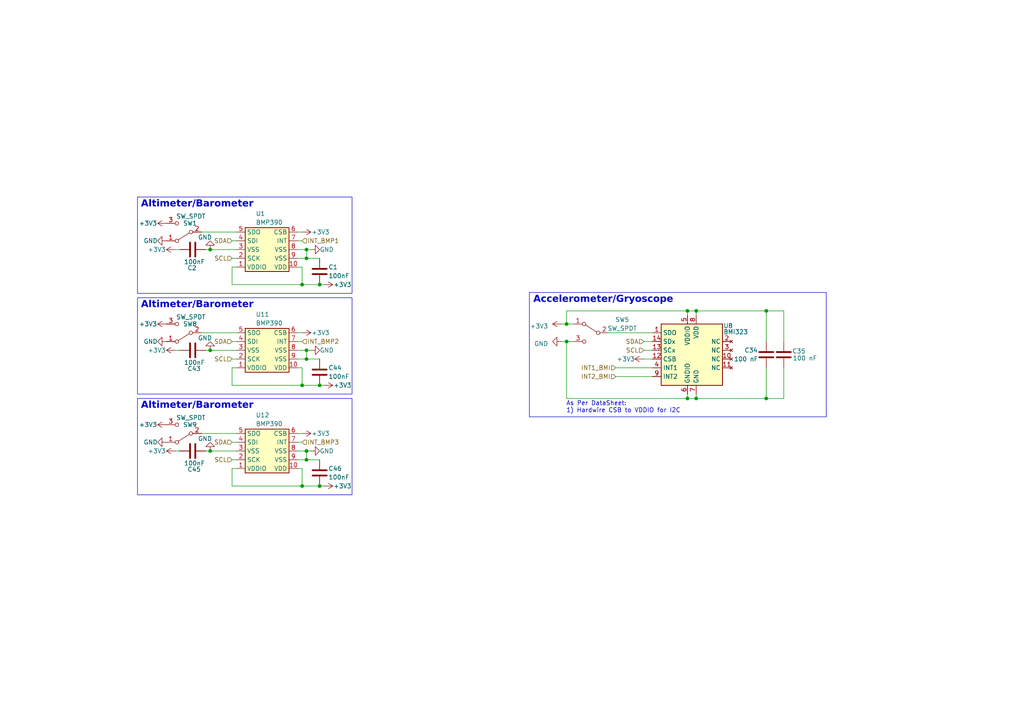
<source format=kicad_sch>
(kicad_sch
	(version 20231120)
	(generator "eeschema")
	(generator_version "8.0")
	(uuid "6bd96275-da94-453f-97cf-e82646d976dd")
	(paper "A4")
	(lib_symbols
		(symbol "BMP280_1"
			(exclude_from_sim no)
			(in_bom yes)
			(on_board yes)
			(property "Reference" "U1"
				(at -4.572 11.684 0)
				(effects
					(font
						(size 1.27 1.27)
					)
					(justify left)
				)
			)
			(property "Value" "BMP390"
				(at -4.572 9.144 0)
				(effects
					(font
						(size 1.27 1.27)
					)
					(justify left)
				)
			)
			(property "Footprint" "Package_LGA:ST_HLGA-10_2x2mm_P0.5mm_LayoutBorder3x2y"
				(at 0 -17.78 0)
				(effects
					(font
						(size 1.27 1.27)
					)
					(hide yes)
				)
			)
			(property "Datasheet" "https://www.bosch-sensortec.com/media/boschsensortec/downloads/datasheets/bst-bmp390-ds002.pdf"
				(at 1.27 -25.4 0)
				(effects
					(font
						(size 1.27 1.27)
					)
					(hide yes)
				)
			)
			(property "Description" "https://www.digikey.com/en/products/detail/bosch-sensortec/BMP390/16164577"
				(at 3.048 -20.828 0)
				(effects
					(font
						(size 1.27 1.27)
					)
					(hide yes)
				)
			)
			(property "ki_keywords" "I2C, SPI, pressure, temperature, sensor"
				(at 0 0 0)
				(effects
					(font
						(size 1.27 1.27)
					)
					(hide yes)
				)
			)
			(property "ki_fp_filters" "Bosch*LGA*2x2.5mm*P0.65mm*"
				(at 0 0 0)
				(effects
					(font
						(size 1.27 1.27)
					)
					(hide yes)
				)
			)
			(symbol "BMP280_1_0_1"
				(rectangle
					(start -7.62 7.62)
					(end 5.08 -5.08)
					(stroke
						(width 0.254)
						(type default)
					)
					(fill
						(type background)
					)
				)
			)
			(symbol "BMP280_1_1_1"
				(pin power_in line
					(at -10.16 -3.81 0)
					(length 2.54)
					(name "VDDIO"
						(effects
							(font
								(size 1.27 1.27)
							)
						)
					)
					(number "1"
						(effects
							(font
								(size 1.27 1.27)
							)
						)
					)
				)
				(pin power_in line
					(at 7.62 -3.81 180)
					(length 2.54)
					(name "VDD"
						(effects
							(font
								(size 1.27 1.27)
							)
						)
					)
					(number "10"
						(effects
							(font
								(size 1.27 1.27)
							)
						)
					)
				)
				(pin input line
					(at -10.16 -1.27 0)
					(length 2.54)
					(name "SCK"
						(effects
							(font
								(size 1.27 1.27)
							)
						)
					)
					(number "2"
						(effects
							(font
								(size 1.27 1.27)
							)
						)
					)
				)
				(pin bidirectional line
					(at -10.16 1.27 0)
					(length 2.54)
					(name "VSS"
						(effects
							(font
								(size 1.27 1.27)
							)
						)
					)
					(number "3"
						(effects
							(font
								(size 1.27 1.27)
							)
						)
					)
				)
				(pin input line
					(at -10.16 3.81 0)
					(length 2.54)
					(name "SDI"
						(effects
							(font
								(size 1.27 1.27)
							)
						)
					)
					(number "4"
						(effects
							(font
								(size 1.27 1.27)
							)
						)
					)
				)
				(pin bidirectional line
					(at -10.16 6.35 0)
					(length 2.54)
					(name "SDO"
						(effects
							(font
								(size 1.27 1.27)
							)
						)
					)
					(number "5"
						(effects
							(font
								(size 1.27 1.27)
							)
						)
					)
				)
				(pin power_in line
					(at 7.62 6.35 180)
					(length 2.54)
					(name "CSB"
						(effects
							(font
								(size 1.27 1.27)
							)
						)
					)
					(number "6"
						(effects
							(font
								(size 1.27 1.27)
							)
						)
					)
				)
				(pin power_in line
					(at 7.62 3.81 180)
					(length 2.54)
					(name "INT"
						(effects
							(font
								(size 1.27 1.27)
							)
						)
					)
					(number "7"
						(effects
							(font
								(size 1.27 1.27)
							)
						)
					)
				)
				(pin power_in line
					(at 7.62 1.27 180)
					(length 2.54)
					(name "VSS"
						(effects
							(font
								(size 1.27 1.27)
							)
						)
					)
					(number "8"
						(effects
							(font
								(size 1.27 1.27)
							)
						)
					)
				)
				(pin power_in line
					(at 7.62 -1.27 180)
					(length 2.54)
					(name "VSS"
						(effects
							(font
								(size 1.27 1.27)
							)
						)
					)
					(number "9"
						(effects
							(font
								(size 1.27 1.27)
							)
						)
					)
				)
			)
		)
		(symbol "Device:C"
			(pin_numbers hide)
			(pin_names
				(offset 0.254)
			)
			(exclude_from_sim no)
			(in_bom yes)
			(on_board yes)
			(property "Reference" "C"
				(at 0.635 2.54 0)
				(effects
					(font
						(size 1.27 1.27)
					)
					(justify left)
				)
			)
			(property "Value" "C"
				(at 0.635 -2.54 0)
				(effects
					(font
						(size 1.27 1.27)
					)
					(justify left)
				)
			)
			(property "Footprint" ""
				(at 0.9652 -3.81 0)
				(effects
					(font
						(size 1.27 1.27)
					)
					(hide yes)
				)
			)
			(property "Datasheet" "~"
				(at 0 0 0)
				(effects
					(font
						(size 1.27 1.27)
					)
					(hide yes)
				)
			)
			(property "Description" "Unpolarized capacitor"
				(at 0 0 0)
				(effects
					(font
						(size 1.27 1.27)
					)
					(hide yes)
				)
			)
			(property "ki_keywords" "cap capacitor"
				(at 0 0 0)
				(effects
					(font
						(size 1.27 1.27)
					)
					(hide yes)
				)
			)
			(property "ki_fp_filters" "C_*"
				(at 0 0 0)
				(effects
					(font
						(size 1.27 1.27)
					)
					(hide yes)
				)
			)
			(symbol "C_0_1"
				(polyline
					(pts
						(xy -2.032 -0.762) (xy 2.032 -0.762)
					)
					(stroke
						(width 0.508)
						(type default)
					)
					(fill
						(type none)
					)
				)
				(polyline
					(pts
						(xy -2.032 0.762) (xy 2.032 0.762)
					)
					(stroke
						(width 0.508)
						(type default)
					)
					(fill
						(type none)
					)
				)
			)
			(symbol "C_1_1"
				(pin passive line
					(at 0 3.81 270)
					(length 2.794)
					(name "~"
						(effects
							(font
								(size 1.27 1.27)
							)
						)
					)
					(number "1"
						(effects
							(font
								(size 1.27 1.27)
							)
						)
					)
				)
				(pin passive line
					(at 0 -3.81 90)
					(length 2.794)
					(name "~"
						(effects
							(font
								(size 1.27 1.27)
							)
						)
					)
					(number "2"
						(effects
							(font
								(size 1.27 1.27)
							)
						)
					)
				)
			)
		)
		(symbol "Sensor_Motion:BMI160"
			(exclude_from_sim no)
			(in_bom yes)
			(on_board yes)
			(property "Reference" "U?"
				(at 1.9559 11.43 0)
				(effects
					(font
						(size 1.27 1.27)
					)
					(justify left)
				)
			)
			(property "Value" "BMI323"
				(at 1.9559 8.89 0)
				(effects
					(font
						(size 1.27 1.27)
					)
					(justify left)
				)
			)
			(property "Footprint" "Package_LGA:Bosch_LGA-14_2.5x3mm_P0.83mm"
				(at -17.78 27.94 0)
				(effects
					(font
						(size 1.27 1.27)
					)
					(hide yes)
				)
			)
			(property "Datasheet" "https://mm.digikey.com/Volume0/opasdata/d220001/medias/docus/2957/BST-BMI323-FL000-00.pdf"
				(at -17.78 21.59 0)
				(effects
					(font
						(size 1.27 1.27)
					)
					(hide yes)
				)
			)
			(property "Description" "Small, low power inertial measurement unit, LGA-14"
				(at 0 0 0)
				(effects
					(font
						(size 1.27 1.27)
					)
					(hide yes)
				)
			)
			(property "ki_keywords" "Bosh IMU small low power inertial measurement unit"
				(at 0 0 0)
				(effects
					(font
						(size 1.27 1.27)
					)
					(hide yes)
				)
			)
			(property "ki_fp_filters" "Bosch*LGA*3x2.5mm*P0.5mm*"
				(at 0 0 0)
				(effects
					(font
						(size 1.27 1.27)
					)
					(hide yes)
				)
			)
			(symbol "BMI160_1_1"
				(rectangle
					(start -10.16 7.62)
					(end 7.62 -10.16)
					(stroke
						(width 0.254)
						(type default)
					)
					(fill
						(type background)
					)
				)
				(pin bidirectional line
					(at -12.7 5.08 0)
					(length 2.54)
					(name "SDO"
						(effects
							(font
								(size 1.27 1.27)
							)
						)
					)
					(number "1"
						(effects
							(font
								(size 1.27 1.27)
							)
						)
					)
				)
				(pin no_connect line
					(at 10.16 -2.54 180)
					(length 2.54)
					(name "NC"
						(effects
							(font
								(size 1.27 1.27)
							)
						)
					)
					(number "10"
						(effects
							(font
								(size 1.27 1.27)
							)
						)
					)
				)
				(pin no_connect line
					(at 10.16 -5.08 180)
					(length 2.54)
					(name "NC"
						(effects
							(font
								(size 1.27 1.27)
							)
						)
					)
					(number "11"
						(effects
							(font
								(size 1.27 1.27)
							)
						)
					)
				)
				(pin input line
					(at -12.7 -2.54 0)
					(length 2.54)
					(name "CSB"
						(effects
							(font
								(size 1.27 1.27)
							)
						)
					)
					(number "12"
						(effects
							(font
								(size 1.27 1.27)
							)
						)
					)
				)
				(pin input line
					(at -12.7 0 0)
					(length 2.54)
					(name "SCx"
						(effects
							(font
								(size 1.27 1.27)
							)
						)
					)
					(number "13"
						(effects
							(font
								(size 1.27 1.27)
							)
						)
					)
				)
				(pin bidirectional line
					(at -12.7 2.54 0)
					(length 2.54)
					(name "SDx"
						(effects
							(font
								(size 1.27 1.27)
							)
						)
					)
					(number "14"
						(effects
							(font
								(size 1.27 1.27)
							)
						)
					)
				)
				(pin no_connect line
					(at 10.16 2.54 180)
					(length 2.54)
					(name "NC"
						(effects
							(font
								(size 1.27 1.27)
							)
						)
					)
					(number "2"
						(effects
							(font
								(size 1.27 1.27)
							)
						)
					)
				)
				(pin no_connect line
					(at 10.16 0 180)
					(length 2.54)
					(name "NC"
						(effects
							(font
								(size 1.27 1.27)
							)
						)
					)
					(number "3"
						(effects
							(font
								(size 1.27 1.27)
							)
						)
					)
				)
				(pin bidirectional line
					(at -12.7 -5.08 0)
					(length 2.54)
					(name "INT1"
						(effects
							(font
								(size 1.27 1.27)
							)
						)
					)
					(number "4"
						(effects
							(font
								(size 1.27 1.27)
							)
						)
					)
				)
				(pin power_in line
					(at -2.54 10.16 270)
					(length 2.54)
					(name "VDDIO"
						(effects
							(font
								(size 1.27 1.27)
							)
						)
					)
					(number "5"
						(effects
							(font
								(size 1.27 1.27)
							)
						)
					)
				)
				(pin power_in line
					(at -2.54 -12.7 90)
					(length 2.54)
					(name "GNDIO"
						(effects
							(font
								(size 1.27 1.27)
							)
						)
					)
					(number "6"
						(effects
							(font
								(size 1.27 1.27)
							)
						)
					)
				)
				(pin power_in line
					(at 0 -12.7 90)
					(length 2.54)
					(name "GND"
						(effects
							(font
								(size 1.27 1.27)
							)
						)
					)
					(number "7"
						(effects
							(font
								(size 1.27 1.27)
							)
						)
					)
				)
				(pin power_in line
					(at 0 10.16 270)
					(length 2.54)
					(name "VDD"
						(effects
							(font
								(size 1.27 1.27)
							)
						)
					)
					(number "8"
						(effects
							(font
								(size 1.27 1.27)
							)
						)
					)
				)
				(pin bidirectional line
					(at -12.7 -7.62 0)
					(length 2.54)
					(name "INT2"
						(effects
							(font
								(size 1.27 1.27)
							)
						)
					)
					(number "9"
						(effects
							(font
								(size 1.27 1.27)
							)
						)
					)
				)
			)
		)
		(symbol "Switch:SW_SPDT"
			(pin_names
				(offset 0) hide)
			(exclude_from_sim no)
			(in_bom yes)
			(on_board yes)
			(property "Reference" "SW"
				(at 0 4.318 0)
				(effects
					(font
						(size 1.27 1.27)
					)
				)
			)
			(property "Value" "SW_SPDT"
				(at 0 -5.08 0)
				(effects
					(font
						(size 1.27 1.27)
					)
				)
			)
			(property "Footprint" ""
				(at 0 0 0)
				(effects
					(font
						(size 1.27 1.27)
					)
					(hide yes)
				)
			)
			(property "Datasheet" "~"
				(at 0 0 0)
				(effects
					(font
						(size 1.27 1.27)
					)
					(hide yes)
				)
			)
			(property "Description" "Switch, single pole double throw"
				(at 0 0 0)
				(effects
					(font
						(size 1.27 1.27)
					)
					(hide yes)
				)
			)
			(property "ki_keywords" "switch single-pole double-throw spdt ON-ON"
				(at 0 0 0)
				(effects
					(font
						(size 1.27 1.27)
					)
					(hide yes)
				)
			)
			(symbol "SW_SPDT_0_0"
				(circle
					(center -2.032 0)
					(radius 0.508)
					(stroke
						(width 0)
						(type default)
					)
					(fill
						(type none)
					)
				)
				(circle
					(center 2.032 -2.54)
					(radius 0.508)
					(stroke
						(width 0)
						(type default)
					)
					(fill
						(type none)
					)
				)
			)
			(symbol "SW_SPDT_0_1"
				(polyline
					(pts
						(xy -1.524 0.254) (xy 1.651 2.286)
					)
					(stroke
						(width 0)
						(type default)
					)
					(fill
						(type none)
					)
				)
				(circle
					(center 2.032 2.54)
					(radius 0.508)
					(stroke
						(width 0)
						(type default)
					)
					(fill
						(type none)
					)
				)
			)
			(symbol "SW_SPDT_1_1"
				(pin passive line
					(at 5.08 2.54 180)
					(length 2.54)
					(name "A"
						(effects
							(font
								(size 1.27 1.27)
							)
						)
					)
					(number "1"
						(effects
							(font
								(size 1.27 1.27)
							)
						)
					)
				)
				(pin passive line
					(at -5.08 0 0)
					(length 2.54)
					(name "B"
						(effects
							(font
								(size 1.27 1.27)
							)
						)
					)
					(number "2"
						(effects
							(font
								(size 1.27 1.27)
							)
						)
					)
				)
				(pin passive line
					(at 5.08 -2.54 180)
					(length 2.54)
					(name "C"
						(effects
							(font
								(size 1.27 1.27)
							)
						)
					)
					(number "3"
						(effects
							(font
								(size 1.27 1.27)
							)
						)
					)
				)
			)
		)
		(symbol "power:+3V3"
			(power)
			(pin_names
				(offset 0)
			)
			(exclude_from_sim no)
			(in_bom yes)
			(on_board yes)
			(property "Reference" "#PWR"
				(at 0 -3.81 0)
				(effects
					(font
						(size 1.27 1.27)
					)
					(hide yes)
				)
			)
			(property "Value" "+3V3"
				(at 0 3.556 0)
				(effects
					(font
						(size 1.27 1.27)
					)
				)
			)
			(property "Footprint" ""
				(at 0 0 0)
				(effects
					(font
						(size 1.27 1.27)
					)
					(hide yes)
				)
			)
			(property "Datasheet" ""
				(at 0 0 0)
				(effects
					(font
						(size 1.27 1.27)
					)
					(hide yes)
				)
			)
			(property "Description" "Power symbol creates a global label with name \"+3V3\""
				(at 0 0 0)
				(effects
					(font
						(size 1.27 1.27)
					)
					(hide yes)
				)
			)
			(property "ki_keywords" "global power"
				(at 0 0 0)
				(effects
					(font
						(size 1.27 1.27)
					)
					(hide yes)
				)
			)
			(symbol "+3V3_0_1"
				(polyline
					(pts
						(xy -0.762 1.27) (xy 0 2.54)
					)
					(stroke
						(width 0)
						(type default)
					)
					(fill
						(type none)
					)
				)
				(polyline
					(pts
						(xy 0 0) (xy 0 2.54)
					)
					(stroke
						(width 0)
						(type default)
					)
					(fill
						(type none)
					)
				)
				(polyline
					(pts
						(xy 0 2.54) (xy 0.762 1.27)
					)
					(stroke
						(width 0)
						(type default)
					)
					(fill
						(type none)
					)
				)
			)
			(symbol "+3V3_1_1"
				(pin power_in line
					(at 0 0 90)
					(length 0) hide
					(name "+3V3"
						(effects
							(font
								(size 1.27 1.27)
							)
						)
					)
					(number "1"
						(effects
							(font
								(size 1.27 1.27)
							)
						)
					)
				)
			)
		)
		(symbol "power:GND"
			(power)
			(pin_names
				(offset 0)
			)
			(exclude_from_sim no)
			(in_bom yes)
			(on_board yes)
			(property "Reference" "#PWR"
				(at 0 -6.35 0)
				(effects
					(font
						(size 1.27 1.27)
					)
					(hide yes)
				)
			)
			(property "Value" "GND"
				(at 0 -3.81 0)
				(effects
					(font
						(size 1.27 1.27)
					)
				)
			)
			(property "Footprint" ""
				(at 0 0 0)
				(effects
					(font
						(size 1.27 1.27)
					)
					(hide yes)
				)
			)
			(property "Datasheet" ""
				(at 0 0 0)
				(effects
					(font
						(size 1.27 1.27)
					)
					(hide yes)
				)
			)
			(property "Description" "Power symbol creates a global label with name \"GND\" , ground"
				(at 0 0 0)
				(effects
					(font
						(size 1.27 1.27)
					)
					(hide yes)
				)
			)
			(property "ki_keywords" "global power"
				(at 0 0 0)
				(effects
					(font
						(size 1.27 1.27)
					)
					(hide yes)
				)
			)
			(symbol "GND_0_1"
				(polyline
					(pts
						(xy 0 0) (xy 0 -1.27) (xy 1.27 -1.27) (xy 0 -2.54) (xy -1.27 -1.27) (xy 0 -1.27)
					)
					(stroke
						(width 0)
						(type default)
					)
					(fill
						(type none)
					)
				)
			)
			(symbol "GND_1_1"
				(pin power_in line
					(at 0 0 270)
					(length 0) hide
					(name "GND"
						(effects
							(font
								(size 1.27 1.27)
							)
						)
					)
					(number "1"
						(effects
							(font
								(size 1.27 1.27)
							)
						)
					)
				)
			)
		)
	)
	(junction
		(at 87.63 140.97)
		(diameter 0)
		(color 0 0 0 0)
		(uuid "0ee019b9-0efa-450b-a6bb-0e488562d881")
	)
	(junction
		(at 87.63 82.55)
		(diameter 0)
		(color 0 0 0 0)
		(uuid "24f7af24-6370-4ae3-a3e2-b73694e2df8b")
	)
	(junction
		(at 88.9 104.14)
		(diameter 0)
		(color 0 0 0 0)
		(uuid "28e6f108-d2b6-4383-b3ea-ac1bfd1a215f")
	)
	(junction
		(at 199.39 115.57)
		(diameter 0)
		(color 0 0 0 0)
		(uuid "2f71d7a9-833a-4068-ab71-aeac17c6664f")
	)
	(junction
		(at 199.39 90.17)
		(diameter 0)
		(color 0 0 0 0)
		(uuid "31c2e3e9-a8d5-4a43-b625-4cae5958ee73")
	)
	(junction
		(at 201.93 90.17)
		(diameter 0)
		(color 0 0 0 0)
		(uuid "329eb647-0aad-499e-92df-a8a8d22e297c")
	)
	(junction
		(at 88.9 72.39)
		(diameter 0)
		(color 0 0 0 0)
		(uuid "39b0dcfa-798b-4ebf-8da9-58cc60793a42")
	)
	(junction
		(at 92.71 82.55)
		(diameter 0)
		(color 0 0 0 0)
		(uuid "4676cfb4-e2f7-43f8-8065-ce6f4b724fc5")
	)
	(junction
		(at 60.96 130.81)
		(diameter 0)
		(color 0 0 0 0)
		(uuid "4c1c83d5-7584-4cd6-89c1-24cee1c18fa0")
	)
	(junction
		(at 201.93 115.57)
		(diameter 0)
		(color 0 0 0 0)
		(uuid "53454025-2cc8-484e-8582-031033131548")
	)
	(junction
		(at 164.338 93.98)
		(diameter 0)
		(color 0 0 0 0)
		(uuid "548c33a5-ca7d-4e8b-ae32-97aa18c194ba")
	)
	(junction
		(at 88.9 133.35)
		(diameter 0)
		(color 0 0 0 0)
		(uuid "59a6324e-543b-41e3-8c78-3c2420790789")
	)
	(junction
		(at 92.71 111.76)
		(diameter 0)
		(color 0 0 0 0)
		(uuid "603034f6-c164-475f-9388-fa2e4a2eb0a3")
	)
	(junction
		(at 88.9 74.93)
		(diameter 0)
		(color 0 0 0 0)
		(uuid "6a9280b1-1d73-4701-ad1e-2f2ce1d89c27")
	)
	(junction
		(at 164.338 99.06)
		(diameter 0)
		(color 0 0 0 0)
		(uuid "7e1aa2ff-5c8c-433b-9f7e-021d52c678de")
	)
	(junction
		(at 60.96 72.39)
		(diameter 0)
		(color 0 0 0 0)
		(uuid "92c9f33e-8c45-4e13-8de5-e050ecbe844e")
	)
	(junction
		(at 222.25 90.17)
		(diameter 0)
		(color 0 0 0 0)
		(uuid "9eacab34-d086-4c97-a27c-6901480fbce1")
	)
	(junction
		(at 92.71 140.97)
		(diameter 0)
		(color 0 0 0 0)
		(uuid "bc7371b8-c8ed-478e-8e5a-9d8bdc8f50e3")
	)
	(junction
		(at 222.25 115.57)
		(diameter 0)
		(color 0 0 0 0)
		(uuid "c065df73-5ee9-4ecf-8976-dfcd5f9f2d76")
	)
	(junction
		(at 60.96 101.6)
		(diameter 0)
		(color 0 0 0 0)
		(uuid "c5f5a0c7-8326-409f-b2c0-5bc83bc95e4a")
	)
	(junction
		(at 87.63 111.76)
		(diameter 0)
		(color 0 0 0 0)
		(uuid "d0ca1449-dc63-4bf1-841d-713bc9b29786")
	)
	(junction
		(at 88.9 101.6)
		(diameter 0)
		(color 0 0 0 0)
		(uuid "e731c9e7-94a0-48b8-b9c1-ac77c49c1f52")
	)
	(junction
		(at 88.9 130.81)
		(diameter 0)
		(color 0 0 0 0)
		(uuid "e81388e5-0736-497c-9f76-89453a2508e0")
	)
	(wire
		(pts
			(xy 88.9 130.81) (xy 88.9 133.35)
		)
		(stroke
			(width 0)
			(type default)
		)
		(uuid "0377b131-220a-4194-80a5-460a0067715f")
	)
	(wire
		(pts
			(xy 90.17 101.6) (xy 88.9 101.6)
		)
		(stroke
			(width 0)
			(type default)
		)
		(uuid "05c06e38-943b-4d0b-a1ee-d92e4b8c3edc")
	)
	(wire
		(pts
			(xy 67.31 104.14) (xy 68.58 104.14)
		)
		(stroke
			(width 0)
			(type default)
		)
		(uuid "0605bd0e-7a70-4d4f-940c-0a630bd36df7")
	)
	(wire
		(pts
			(xy 67.31 99.06) (xy 68.58 99.06)
		)
		(stroke
			(width 0)
			(type default)
		)
		(uuid "0f9b368a-ab4f-47b4-9d97-c8ca21e81dd3")
	)
	(wire
		(pts
			(xy 164.338 93.98) (xy 166.37 93.98)
		)
		(stroke
			(width 0)
			(type default)
		)
		(uuid "10a41663-d4ee-4037-807c-18ce20902493")
	)
	(wire
		(pts
			(xy 178.562 109.22) (xy 189.23 109.22)
		)
		(stroke
			(width 0)
			(type default)
		)
		(uuid "1261de52-e63c-4025-b984-bf0a825508d4")
	)
	(wire
		(pts
			(xy 59.69 101.6) (xy 60.96 101.6)
		)
		(stroke
			(width 0)
			(type default)
		)
		(uuid "161b88c8-4acb-4a29-ae08-8e6827812ab0")
	)
	(wire
		(pts
			(xy 199.39 90.17) (xy 201.93 90.17)
		)
		(stroke
			(width 0)
			(type default)
		)
		(uuid "18a57160-30b3-4cd2-ae6d-f147fab44b8d")
	)
	(wire
		(pts
			(xy 50.8 72.39) (xy 52.07 72.39)
		)
		(stroke
			(width 0)
			(type default)
		)
		(uuid "1e97948b-83d6-4467-94c5-a83180e89dee")
	)
	(wire
		(pts
			(xy 87.63 96.52) (xy 86.36 96.52)
		)
		(stroke
			(width 0)
			(type default)
		)
		(uuid "25870f12-f3e2-452d-a957-6d8afc95497c")
	)
	(wire
		(pts
			(xy 67.31 135.89) (xy 67.31 140.97)
		)
		(stroke
			(width 0)
			(type default)
		)
		(uuid "305840a9-7013-4114-9da6-821862c2dd47")
	)
	(wire
		(pts
			(xy 87.63 135.89) (xy 87.63 140.97)
		)
		(stroke
			(width 0)
			(type default)
		)
		(uuid "30a7d1b4-6515-4c69-9392-dd317ae5bf68")
	)
	(wire
		(pts
			(xy 59.69 130.81) (xy 60.96 130.81)
		)
		(stroke
			(width 0)
			(type default)
		)
		(uuid "31e731d1-84e7-4364-9d1a-d4d69c9efa1f")
	)
	(wire
		(pts
			(xy 90.17 130.81) (xy 88.9 130.81)
		)
		(stroke
			(width 0)
			(type default)
		)
		(uuid "3234a68b-a51d-4cd1-a34e-06a36063c83e")
	)
	(wire
		(pts
			(xy 88.9 133.35) (xy 92.71 133.35)
		)
		(stroke
			(width 0)
			(type default)
		)
		(uuid "33e4d3b6-bf71-42a1-93f7-839d8ffa21b0")
	)
	(wire
		(pts
			(xy 201.93 114.3) (xy 201.93 115.57)
		)
		(stroke
			(width 0)
			(type default)
		)
		(uuid "362d58c6-01f4-4406-a7e1-6137782ed536")
	)
	(wire
		(pts
			(xy 87.63 106.68) (xy 87.63 111.76)
		)
		(stroke
			(width 0)
			(type default)
		)
		(uuid "38a90264-9f79-49bc-b6f0-f6fb8600bdf6")
	)
	(wire
		(pts
			(xy 67.31 106.68) (xy 67.31 111.76)
		)
		(stroke
			(width 0)
			(type default)
		)
		(uuid "3d09f6d0-f0f8-4d58-b764-b929d58aec39")
	)
	(wire
		(pts
			(xy 87.63 99.06) (xy 86.36 99.06)
		)
		(stroke
			(width 0)
			(type default)
		)
		(uuid "3f213fc0-dbfd-465c-868a-3d148aea585f")
	)
	(wire
		(pts
			(xy 176.53 96.52) (xy 189.23 96.52)
		)
		(stroke
			(width 0)
			(type default)
		)
		(uuid "4f489ad6-2fc1-4c3e-99fa-d56f207ba2b0")
	)
	(wire
		(pts
			(xy 67.31 133.35) (xy 68.58 133.35)
		)
		(stroke
			(width 0)
			(type default)
		)
		(uuid "51be5d57-bef3-4885-9146-a154d3c88534")
	)
	(wire
		(pts
			(xy 87.63 77.47) (xy 87.63 82.55)
		)
		(stroke
			(width 0)
			(type default)
		)
		(uuid "52eedcb8-e3b1-4ceb-9f2b-f46be72528ad")
	)
	(wire
		(pts
			(xy 88.9 74.93) (xy 92.71 74.93)
		)
		(stroke
			(width 0)
			(type default)
		)
		(uuid "572f735f-066d-4ed5-9c32-3c60bd1d41f5")
	)
	(wire
		(pts
			(xy 201.93 90.17) (xy 201.93 91.44)
		)
		(stroke
			(width 0)
			(type default)
		)
		(uuid "57f6fb95-6a9c-4c4c-9281-e61013580f5e")
	)
	(wire
		(pts
			(xy 67.31 74.93) (xy 68.58 74.93)
		)
		(stroke
			(width 0)
			(type default)
		)
		(uuid "59200397-83d2-4437-8a95-0ba29e4d7e25")
	)
	(wire
		(pts
			(xy 88.9 72.39) (xy 88.9 74.93)
		)
		(stroke
			(width 0)
			(type default)
		)
		(uuid "5ab54a46-3ff5-43f4-a4e6-30500803fd26")
	)
	(wire
		(pts
			(xy 199.39 115.57) (xy 199.39 114.3)
		)
		(stroke
			(width 0)
			(type default)
		)
		(uuid "5db9418d-ad00-4375-be64-d74401d5fd2c")
	)
	(wire
		(pts
			(xy 86.36 106.68) (xy 87.63 106.68)
		)
		(stroke
			(width 0)
			(type default)
		)
		(uuid "6dda1b51-57fe-413b-9521-b5bc6c3e3977")
	)
	(wire
		(pts
			(xy 58.42 96.52) (xy 68.58 96.52)
		)
		(stroke
			(width 0)
			(type default)
		)
		(uuid "6f9ba9a3-65d7-4e68-8c98-74a25d6ee5b1")
	)
	(wire
		(pts
			(xy 86.36 74.93) (xy 88.9 74.93)
		)
		(stroke
			(width 0)
			(type default)
		)
		(uuid "729d1376-5b06-4cb3-a182-1c3301426b71")
	)
	(wire
		(pts
			(xy 67.31 77.47) (xy 67.31 82.55)
		)
		(stroke
			(width 0)
			(type default)
		)
		(uuid "736a7049-b1a1-4e39-ac16-4b45fe2346e7")
	)
	(wire
		(pts
			(xy 86.36 77.47) (xy 87.63 77.47)
		)
		(stroke
			(width 0)
			(type default)
		)
		(uuid "74ee7185-122d-48ca-8ae7-6a77de58a7af")
	)
	(wire
		(pts
			(xy 86.36 104.14) (xy 88.9 104.14)
		)
		(stroke
			(width 0)
			(type default)
		)
		(uuid "75a2bff7-f204-46e0-baa8-877e64fc941f")
	)
	(wire
		(pts
			(xy 58.42 67.31) (xy 68.58 67.31)
		)
		(stroke
			(width 0)
			(type default)
		)
		(uuid "7612cdbd-f2ba-4f02-bccc-bb9bb22a1b5a")
	)
	(wire
		(pts
			(xy 186.69 99.06) (xy 189.23 99.06)
		)
		(stroke
			(width 0)
			(type default)
		)
		(uuid "762507c0-34a6-4059-b9e1-4a8fdd192255")
	)
	(wire
		(pts
			(xy 67.31 69.85) (xy 68.58 69.85)
		)
		(stroke
			(width 0)
			(type default)
		)
		(uuid "76495332-087e-4d3f-aa25-57bd722fbde0")
	)
	(wire
		(pts
			(xy 86.36 72.39) (xy 88.9 72.39)
		)
		(stroke
			(width 0)
			(type default)
		)
		(uuid "764de027-1316-41e7-9c20-0f387c3ffa64")
	)
	(wire
		(pts
			(xy 87.63 111.76) (xy 92.71 111.76)
		)
		(stroke
			(width 0)
			(type default)
		)
		(uuid "7728e42e-3acc-46d6-a161-409be212c359")
	)
	(wire
		(pts
			(xy 164.338 115.57) (xy 164.338 99.06)
		)
		(stroke
			(width 0)
			(type default)
		)
		(uuid "7a414424-5a03-494d-b7e5-6256de54474c")
	)
	(wire
		(pts
			(xy 86.36 130.81) (xy 88.9 130.81)
		)
		(stroke
			(width 0)
			(type default)
		)
		(uuid "8096b38e-51b4-432a-982a-d51e9a4af86f")
	)
	(wire
		(pts
			(xy 87.63 125.73) (xy 86.36 125.73)
		)
		(stroke
			(width 0)
			(type default)
		)
		(uuid "85994108-90f8-44e9-8a31-b801efc32d60")
	)
	(wire
		(pts
			(xy 87.63 67.31) (xy 86.36 67.31)
		)
		(stroke
			(width 0)
			(type default)
		)
		(uuid "8ae435d3-1c17-4e46-bc70-2bd663117162")
	)
	(wire
		(pts
			(xy 222.25 90.17) (xy 227.33 90.17)
		)
		(stroke
			(width 0)
			(type default)
		)
		(uuid "8e256e78-b42c-4262-b164-ba83cc206649")
	)
	(wire
		(pts
			(xy 164.338 90.17) (xy 164.338 93.98)
		)
		(stroke
			(width 0)
			(type default)
		)
		(uuid "8f2b0e90-06a8-409e-aae0-c35d7a03543b")
	)
	(wire
		(pts
			(xy 164.338 90.17) (xy 199.39 90.17)
		)
		(stroke
			(width 0)
			(type default)
		)
		(uuid "92eb096f-d7cc-45f4-9b0a-4f46d49f7f71")
	)
	(wire
		(pts
			(xy 178.562 106.68) (xy 189.23 106.68)
		)
		(stroke
			(width 0)
			(type default)
		)
		(uuid "94d73a36-ff31-401f-a877-32565dc3be17")
	)
	(wire
		(pts
			(xy 60.96 101.6) (xy 68.58 101.6)
		)
		(stroke
			(width 0)
			(type default)
		)
		(uuid "976aec7f-be5b-4ca9-8f43-2cd274157c5c")
	)
	(wire
		(pts
			(xy 86.36 101.6) (xy 88.9 101.6)
		)
		(stroke
			(width 0)
			(type default)
		)
		(uuid "982ddda6-0eb2-473f-b48e-081afd1b3c41")
	)
	(wire
		(pts
			(xy 92.71 140.97) (xy 93.98 140.97)
		)
		(stroke
			(width 0)
			(type default)
		)
		(uuid "99297f46-373c-4201-a823-83403fa4c0a2")
	)
	(wire
		(pts
			(xy 87.63 69.85) (xy 86.36 69.85)
		)
		(stroke
			(width 0)
			(type default)
		)
		(uuid "9a8dc62a-e037-46e1-88aa-314cb02bc4f4")
	)
	(wire
		(pts
			(xy 86.36 135.89) (xy 87.63 135.89)
		)
		(stroke
			(width 0)
			(type default)
		)
		(uuid "9c56f407-766b-4fe1-9f94-f8482c3a96d1")
	)
	(wire
		(pts
			(xy 201.93 115.57) (xy 222.25 115.57)
		)
		(stroke
			(width 0)
			(type default)
		)
		(uuid "9e934722-54a1-4b37-8152-d09de292742f")
	)
	(wire
		(pts
			(xy 222.25 115.57) (xy 227.33 115.57)
		)
		(stroke
			(width 0)
			(type default)
		)
		(uuid "a0387184-93ec-42df-b28e-243fe5bfdf6b")
	)
	(wire
		(pts
			(xy 87.63 82.55) (xy 92.71 82.55)
		)
		(stroke
			(width 0)
			(type default)
		)
		(uuid "a5799e8c-0a11-4e59-ac29-78c5d189763e")
	)
	(wire
		(pts
			(xy 162.814 93.98) (xy 164.338 93.98)
		)
		(stroke
			(width 0)
			(type default)
		)
		(uuid "a8606548-aac3-4e7f-9e9c-badf08c84a77")
	)
	(wire
		(pts
			(xy 58.42 125.73) (xy 68.58 125.73)
		)
		(stroke
			(width 0)
			(type default)
		)
		(uuid "ab825d0d-b64b-4d1d-bcd7-8c6915613e3f")
	)
	(wire
		(pts
			(xy 60.96 72.39) (xy 68.58 72.39)
		)
		(stroke
			(width 0)
			(type default)
		)
		(uuid "b07471e1-6a80-484e-b531-06e2fcd48651")
	)
	(wire
		(pts
			(xy 88.9 101.6) (xy 88.9 104.14)
		)
		(stroke
			(width 0)
			(type default)
		)
		(uuid "b32b8537-53f0-45f7-951c-93bce0d11bd6")
	)
	(wire
		(pts
			(xy 186.69 104.14) (xy 189.23 104.14)
		)
		(stroke
			(width 0)
			(type default)
		)
		(uuid "b561332b-24d9-4895-ba00-8536abb07ed5")
	)
	(wire
		(pts
			(xy 227.33 106.68) (xy 227.33 115.57)
		)
		(stroke
			(width 0)
			(type default)
		)
		(uuid "b5615c6d-45f1-4131-8ca0-47a8eb540662")
	)
	(wire
		(pts
			(xy 67.31 140.97) (xy 87.63 140.97)
		)
		(stroke
			(width 0)
			(type default)
		)
		(uuid "b5697704-9a92-4d0c-9177-c53aa80a5e1a")
	)
	(wire
		(pts
			(xy 60.96 130.81) (xy 68.58 130.81)
		)
		(stroke
			(width 0)
			(type default)
		)
		(uuid "b5d04de5-b2b9-41af-ab46-b90a050dbc4d")
	)
	(wire
		(pts
			(xy 92.71 82.55) (xy 93.98 82.55)
		)
		(stroke
			(width 0)
			(type default)
		)
		(uuid "b6654bbf-54b1-46cc-8ccd-7bc9337476e5")
	)
	(wire
		(pts
			(xy 162.814 99.06) (xy 164.338 99.06)
		)
		(stroke
			(width 0)
			(type default)
		)
		(uuid "b880482d-fba9-459e-b25e-1d5f15ee98fc")
	)
	(wire
		(pts
			(xy 201.93 90.17) (xy 222.25 90.17)
		)
		(stroke
			(width 0)
			(type default)
		)
		(uuid "bbba311d-9c6a-49a9-be3b-e8e4d867bf62")
	)
	(wire
		(pts
			(xy 88.9 104.14) (xy 92.71 104.14)
		)
		(stroke
			(width 0)
			(type default)
		)
		(uuid "befff181-3868-43c0-9d86-c799c2d685a3")
	)
	(wire
		(pts
			(xy 67.31 77.47) (xy 68.58 77.47)
		)
		(stroke
			(width 0)
			(type default)
		)
		(uuid "c0db7dcd-a58a-488b-9071-a009328d976c")
	)
	(wire
		(pts
			(xy 164.338 115.57) (xy 199.39 115.57)
		)
		(stroke
			(width 0)
			(type default)
		)
		(uuid "ca0d8c17-5432-4d00-8434-cacd00d88877")
	)
	(wire
		(pts
			(xy 67.31 106.68) (xy 68.58 106.68)
		)
		(stroke
			(width 0)
			(type default)
		)
		(uuid "cc0e4d3a-7617-4520-adf5-88ed5bc7063c")
	)
	(wire
		(pts
			(xy 199.39 90.17) (xy 199.39 91.44)
		)
		(stroke
			(width 0)
			(type default)
		)
		(uuid "cc4b8a71-6e73-4104-b037-a28afe79a7d4")
	)
	(wire
		(pts
			(xy 86.36 133.35) (xy 88.9 133.35)
		)
		(stroke
			(width 0)
			(type default)
		)
		(uuid "cfddd96a-56dd-40b7-89e4-eaf84571744b")
	)
	(wire
		(pts
			(xy 227.33 99.06) (xy 227.33 90.17)
		)
		(stroke
			(width 0)
			(type default)
		)
		(uuid "d5e0ac18-e13e-4f90-84d3-5279917d7da8")
	)
	(wire
		(pts
			(xy 87.63 140.97) (xy 92.71 140.97)
		)
		(stroke
			(width 0)
			(type default)
		)
		(uuid "d7298890-af72-4fba-9dda-e34b009cb755")
	)
	(wire
		(pts
			(xy 222.25 99.06) (xy 222.25 90.17)
		)
		(stroke
			(width 0)
			(type default)
		)
		(uuid "da41f66a-cc71-4a20-85da-bc6e546aa875")
	)
	(wire
		(pts
			(xy 164.338 99.06) (xy 166.37 99.06)
		)
		(stroke
			(width 0)
			(type default)
		)
		(uuid "da42299c-081c-4019-850e-95828a1edcac")
	)
	(wire
		(pts
			(xy 201.93 115.57) (xy 199.39 115.57)
		)
		(stroke
			(width 0)
			(type default)
		)
		(uuid "dcdbe2d2-0312-4ec9-9052-5a78e2d32ea9")
	)
	(wire
		(pts
			(xy 50.8 130.81) (xy 52.07 130.81)
		)
		(stroke
			(width 0)
			(type default)
		)
		(uuid "df14b14c-ddbc-4b43-ab06-0292bca613a1")
	)
	(wire
		(pts
			(xy 90.17 72.39) (xy 88.9 72.39)
		)
		(stroke
			(width 0)
			(type default)
		)
		(uuid "df584189-7070-4afa-a537-facdc94a3d3a")
	)
	(wire
		(pts
			(xy 222.25 106.68) (xy 222.25 115.57)
		)
		(stroke
			(width 0)
			(type default)
		)
		(uuid "e0a218a8-6193-4b93-8075-3d00e5e43590")
	)
	(wire
		(pts
			(xy 67.31 111.76) (xy 87.63 111.76)
		)
		(stroke
			(width 0)
			(type default)
		)
		(uuid "e0d16db2-1711-4372-b9d1-0b9381f1fea9")
	)
	(wire
		(pts
			(xy 67.31 128.27) (xy 68.58 128.27)
		)
		(stroke
			(width 0)
			(type default)
		)
		(uuid "e0e8f739-d7f1-4ce1-8cf9-2de9d48975b1")
	)
	(wire
		(pts
			(xy 87.63 128.27) (xy 86.36 128.27)
		)
		(stroke
			(width 0)
			(type default)
		)
		(uuid "e59de24f-0d57-4ee2-9dca-4f8fc2c2cd7d")
	)
	(wire
		(pts
			(xy 50.8 101.6) (xy 52.07 101.6)
		)
		(stroke
			(width 0)
			(type default)
		)
		(uuid "eb6d590f-08da-434f-b132-53bea53a7c64")
	)
	(wire
		(pts
			(xy 92.71 111.76) (xy 93.98 111.76)
		)
		(stroke
			(width 0)
			(type default)
		)
		(uuid "ec783a89-d4c0-4451-8798-fb95c3ab04ec")
	)
	(wire
		(pts
			(xy 186.69 101.6) (xy 189.23 101.6)
		)
		(stroke
			(width 0)
			(type default)
		)
		(uuid "eeb62186-e5f3-4185-8a9c-dc2b3a33e886")
	)
	(wire
		(pts
			(xy 67.31 135.89) (xy 68.58 135.89)
		)
		(stroke
			(width 0)
			(type default)
		)
		(uuid "eebaf37b-1710-49f9-9a51-c55fb76471c1")
	)
	(wire
		(pts
			(xy 59.69 72.39) (xy 60.96 72.39)
		)
		(stroke
			(width 0)
			(type default)
		)
		(uuid "f14c327f-3b3c-4257-9ead-ce5e98a02dd6")
	)
	(wire
		(pts
			(xy 67.31 82.55) (xy 87.63 82.55)
		)
		(stroke
			(width 0)
			(type default)
		)
		(uuid "f19e353c-55fc-40ca-ba1e-1e2a51338348")
	)
	(rectangle
		(start 153.543 84.836)
		(end 239.649 120.904)
		(stroke
			(width 0)
			(type default)
		)
		(fill
			(type none)
		)
		(uuid 47297499-dd3b-4e0d-8a48-7297b7b715ed)
	)
	(rectangle
		(start 39.878 57.15)
		(end 102.108 85.09)
		(stroke
			(width 0)
			(type default)
		)
		(fill
			(type none)
		)
		(uuid 9bdb4142-7f8b-4587-a5a8-02c4d08b097d)
	)
	(rectangle
		(start 39.878 115.57)
		(end 102.108 143.51)
		(stroke
			(width 0)
			(type default)
		)
		(fill
			(type none)
		)
		(uuid af312c05-fe44-4d96-bf9c-f731b0e01078)
	)
	(rectangle
		(start 39.878 86.36)
		(end 102.108 114.3)
		(stroke
			(width 0)
			(type default)
		)
		(fill
			(type none)
		)
		(uuid c94bd9bb-978a-4bc7-aed2-034b477963d8)
	)
	(text "Accelerometer/Gryoscope"
		(exclude_from_sim no)
		(at 154.686 88.646 0)
		(effects
			(font
				(face "Bell MT")
				(size 2 2)
				(thickness 0.4)
				(bold yes)
			)
			(justify left bottom)
		)
		(uuid "b75c4544-2196-4c43-b948-dd2617b47ca9")
	)
	(text "As Per DataSheet: \n1) Hardwire CSB to VDDIO for I2C\n"
		(exclude_from_sim no)
		(at 164.211 119.888 0)
		(effects
			(font
				(size 1.27 1.27)
			)
			(justify left bottom)
		)
		(uuid "c7db932f-08ef-4016-86ff-4e2eae92e607")
	)
	(text "Altimeter/Barometer"
		(exclude_from_sim no)
		(at 40.894 90.17 0)
		(effects
			(font
				(face "Bell MT")
				(size 2 2)
				(thickness 0.4)
				(bold yes)
			)
			(justify left bottom)
		)
		(uuid "d0373d71-1982-4443-8638-dac2c9948d4d")
	)
	(text "Altimeter/Barometer"
		(exclude_from_sim no)
		(at 40.894 119.38 0)
		(effects
			(font
				(face "Bell MT")
				(size 2 2)
				(thickness 0.4)
				(bold yes)
			)
			(justify left bottom)
		)
		(uuid "f21e41d9-1994-410f-bb6e-9e1d7b94966f")
	)
	(text "Altimeter/Barometer"
		(exclude_from_sim no)
		(at 40.894 60.96 0)
		(effects
			(font
				(face "Bell MT")
				(size 2 2)
				(thickness 0.4)
				(bold yes)
			)
			(justify left bottom)
		)
		(uuid "f902faff-a612-420b-b9a6-8f4acb7f1aaf")
	)
	(hierarchical_label "SDA"
		(shape input)
		(at 67.31 69.85 180)
		(fields_autoplaced yes)
		(effects
			(font
				(size 1.27 1.27)
			)
			(justify right)
		)
		(uuid "0760a7ee-43f7-44c9-95f1-3d6c24405f74")
	)
	(hierarchical_label "SDA"
		(shape input)
		(at 186.69 99.06 180)
		(fields_autoplaced yes)
		(effects
			(font
				(size 1.27 1.27)
			)
			(justify right)
		)
		(uuid "12a7617b-661a-44a9-a69d-da56317e7f37")
	)
	(hierarchical_label "INT_BMP3"
		(shape input)
		(at 87.63 128.27 0)
		(fields_autoplaced yes)
		(effects
			(font
				(size 1.27 1.27)
			)
			(justify left)
		)
		(uuid "1d7180b7-c57a-4ac8-aa84-b3211f93d482")
	)
	(hierarchical_label "SDA"
		(shape input)
		(at 67.31 99.06 180)
		(fields_autoplaced yes)
		(effects
			(font
				(size 1.27 1.27)
			)
			(justify right)
		)
		(uuid "48909f5d-311f-4c88-9f62-ee22168a646a")
	)
	(hierarchical_label "INT_BMP1"
		(shape input)
		(at 87.63 69.85 0)
		(fields_autoplaced yes)
		(effects
			(font
				(size 1.27 1.27)
			)
			(justify left)
		)
		(uuid "6ec4c80f-a7cc-49bd-8f1f-ccb90683fc1b")
	)
	(hierarchical_label "SCL"
		(shape input)
		(at 186.69 101.6 180)
		(fields_autoplaced yes)
		(effects
			(font
				(size 1.27 1.27)
			)
			(justify right)
		)
		(uuid "89633032-798d-466b-8213-3e1a5dc1af5f")
	)
	(hierarchical_label "INT_BMP2"
		(shape input)
		(at 87.63 99.06 0)
		(fields_autoplaced yes)
		(effects
			(font
				(size 1.27 1.27)
			)
			(justify left)
		)
		(uuid "9b12d55f-b66e-4b90-8e76-572395a8788d")
	)
	(hierarchical_label "SCL"
		(shape input)
		(at 67.31 104.14 180)
		(fields_autoplaced yes)
		(effects
			(font
				(size 1.27 1.27)
			)
			(justify right)
		)
		(uuid "9e73988c-cab1-4da9-935c-9eb3693bd85f")
	)
	(hierarchical_label "SDA"
		(shape input)
		(at 67.31 128.27 180)
		(fields_autoplaced yes)
		(effects
			(font
				(size 1.27 1.27)
			)
			(justify right)
		)
		(uuid "b6393f54-d799-4723-abb3-c97c306c804f")
	)
	(hierarchical_label "SCL"
		(shape input)
		(at 67.31 74.93 180)
		(fields_autoplaced yes)
		(effects
			(font
				(size 1.27 1.27)
			)
			(justify right)
		)
		(uuid "bd3cc82e-38a1-4b71-aa82-edc8ffdaf05b")
	)
	(hierarchical_label "SCL"
		(shape input)
		(at 67.31 133.35 180)
		(fields_autoplaced yes)
		(effects
			(font
				(size 1.27 1.27)
			)
			(justify right)
		)
		(uuid "c79818f9-9a3a-43e2-9e39-a85f7ec639d4")
	)
	(hierarchical_label "INT2_BMI"
		(shape input)
		(at 178.562 109.22 180)
		(fields_autoplaced yes)
		(effects
			(font
				(size 1.27 1.27)
			)
			(justify right)
		)
		(uuid "cdc9025e-f10e-4f2a-b021-1c3c4911fe38")
	)
	(hierarchical_label "INT1_BMI"
		(shape input)
		(at 178.562 106.68 180)
		(fields_autoplaced yes)
		(effects
			(font
				(size 1.27 1.27)
			)
			(justify right)
		)
		(uuid "e4266ad2-a4c4-40ee-801c-72e3a42afb10")
	)
	(symbol
		(lib_id "power:GND")
		(at 48.26 128.27 270)
		(unit 1)
		(exclude_from_sim no)
		(in_bom yes)
		(on_board yes)
		(dnp no)
		(uuid "00984ea2-fb91-47b3-b2fe-abbc566dacf7")
		(property "Reference" "#PWR022"
			(at 41.91 128.27 0)
			(effects
				(font
					(size 1.27 1.27)
				)
				(hide yes)
			)
		)
		(property "Value" "GND"
			(at 45.72 128.27 90)
			(effects
				(font
					(size 1.27 1.27)
				)
				(justify right)
			)
		)
		(property "Footprint" ""
			(at 48.26 128.27 0)
			(effects
				(font
					(size 1.27 1.27)
				)
				(hide yes)
			)
		)
		(property "Datasheet" ""
			(at 48.26 128.27 0)
			(effects
				(font
					(size 1.27 1.27)
				)
				(hide yes)
			)
		)
		(property "Description" ""
			(at 48.26 128.27 0)
			(effects
				(font
					(size 1.27 1.27)
				)
				(hide yes)
			)
		)
		(pin "1"
			(uuid "e23a0399-d14f-48ef-b867-f01ed1c60608")
		)
		(instances
			(project "BlackBoxBLSI"
				(path "/98ddc91a-caee-41b7-bd1d-3a5466cb9ed7/7acfcc86-5b94-4a04-bc3d-cea956bc42db"
					(reference "#PWR022")
					(unit 1)
				)
			)
		)
	)
	(symbol
		(lib_id "power:GND")
		(at 162.814 99.06 270)
		(unit 1)
		(exclude_from_sim no)
		(in_bom yes)
		(on_board yes)
		(dnp no)
		(fields_autoplaced yes)
		(uuid "0dde4429-d613-4d92-bbd7-ebb0bb4077cd")
		(property "Reference" "#PWR060"
			(at 156.464 99.06 0)
			(effects
				(font
					(size 1.27 1.27)
				)
				(hide yes)
			)
		)
		(property "Value" "GND"
			(at 159.004 99.695 90)
			(effects
				(font
					(size 1.27 1.27)
				)
				(justify right)
			)
		)
		(property "Footprint" ""
			(at 162.814 99.06 0)
			(effects
				(font
					(size 1.27 1.27)
				)
				(hide yes)
			)
		)
		(property "Datasheet" ""
			(at 162.814 99.06 0)
			(effects
				(font
					(size 1.27 1.27)
				)
				(hide yes)
			)
		)
		(property "Description" ""
			(at 162.814 99.06 0)
			(effects
				(font
					(size 1.27 1.27)
				)
				(hide yes)
			)
		)
		(pin "1"
			(uuid "08d15b1d-fa8e-47f8-b044-563b1cf62e1c")
		)
		(instances
			(project "BlackBoxBLSI"
				(path "/98ddc91a-caee-41b7-bd1d-3a5466cb9ed7/7acfcc86-5b94-4a04-bc3d-cea956bc42db"
					(reference "#PWR060")
					(unit 1)
				)
			)
		)
	)
	(symbol
		(lib_id "power:+3V3")
		(at 50.8 101.6 90)
		(unit 1)
		(exclude_from_sim no)
		(in_bom yes)
		(on_board yes)
		(dnp no)
		(uuid "1419c8ef-847a-42c8-ba4c-3c4d15b465c1")
		(property "Reference" "#PWR016"
			(at 54.61 101.6 0)
			(effects
				(font
					(size 1.27 1.27)
				)
				(hide yes)
			)
		)
		(property "Value" "+3V3"
			(at 45.466 101.6 90)
			(effects
				(font
					(size 1.27 1.27)
				)
			)
		)
		(property "Footprint" ""
			(at 50.8 101.6 0)
			(effects
				(font
					(size 1.27 1.27)
				)
				(hide yes)
			)
		)
		(property "Datasheet" ""
			(at 50.8 101.6 0)
			(effects
				(font
					(size 1.27 1.27)
				)
				(hide yes)
			)
		)
		(property "Description" ""
			(at 50.8 101.6 0)
			(effects
				(font
					(size 1.27 1.27)
				)
				(hide yes)
			)
		)
		(pin "1"
			(uuid "d19692b8-2bed-45da-83f7-825f35765610")
		)
		(instances
			(project "BlackBoxBLSI"
				(path "/98ddc91a-caee-41b7-bd1d-3a5466cb9ed7/7acfcc86-5b94-4a04-bc3d-cea956bc42db"
					(reference "#PWR016")
					(unit 1)
				)
			)
		)
	)
	(symbol
		(lib_id "power:+3V3")
		(at 48.26 123.19 90)
		(unit 1)
		(exclude_from_sim no)
		(in_bom yes)
		(on_board yes)
		(dnp no)
		(uuid "16247144-419e-4e48-89f4-f01b29b7fa55")
		(property "Reference" "#PWR021"
			(at 52.07 123.19 0)
			(effects
				(font
					(size 1.27 1.27)
				)
				(hide yes)
			)
		)
		(property "Value" "+3V3"
			(at 42.926 123.19 90)
			(effects
				(font
					(size 1.27 1.27)
				)
			)
		)
		(property "Footprint" ""
			(at 48.26 123.19 0)
			(effects
				(font
					(size 1.27 1.27)
				)
				(hide yes)
			)
		)
		(property "Datasheet" ""
			(at 48.26 123.19 0)
			(effects
				(font
					(size 1.27 1.27)
				)
				(hide yes)
			)
		)
		(property "Description" ""
			(at 48.26 123.19 0)
			(effects
				(font
					(size 1.27 1.27)
				)
				(hide yes)
			)
		)
		(pin "1"
			(uuid "829bf705-a152-4e4b-9aab-6a08cd4f3b2b")
		)
		(instances
			(project "BlackBoxBLSI"
				(path "/98ddc91a-caee-41b7-bd1d-3a5466cb9ed7/7acfcc86-5b94-4a04-bc3d-cea956bc42db"
					(reference "#PWR021")
					(unit 1)
				)
			)
		)
	)
	(symbol
		(lib_id "power:+3V3")
		(at 93.98 140.97 270)
		(unit 1)
		(exclude_from_sim no)
		(in_bom yes)
		(on_board yes)
		(dnp no)
		(uuid "1b2148dd-c822-4acf-bac3-1dcf21929d9a")
		(property "Reference" "#PWR067"
			(at 90.17 140.97 0)
			(effects
				(font
					(size 1.27 1.27)
				)
				(hide yes)
			)
		)
		(property "Value" "+3V3"
			(at 99.314 140.97 90)
			(effects
				(font
					(size 1.27 1.27)
				)
			)
		)
		(property "Footprint" ""
			(at 93.98 140.97 0)
			(effects
				(font
					(size 1.27 1.27)
				)
				(hide yes)
			)
		)
		(property "Datasheet" ""
			(at 93.98 140.97 0)
			(effects
				(font
					(size 1.27 1.27)
				)
				(hide yes)
			)
		)
		(property "Description" ""
			(at 93.98 140.97 0)
			(effects
				(font
					(size 1.27 1.27)
				)
				(hide yes)
			)
		)
		(pin "1"
			(uuid "d5ea7390-82d9-4457-8de9-bb5586191c5c")
		)
		(instances
			(project "BlackBoxBLSI"
				(path "/98ddc91a-caee-41b7-bd1d-3a5466cb9ed7/7acfcc86-5b94-4a04-bc3d-cea956bc42db"
					(reference "#PWR067")
					(unit 1)
				)
			)
		)
	)
	(symbol
		(lib_name "BMP280_1")
		(lib_id "Sensor_Pressure:BMP280")
		(at 78.74 102.87 0)
		(unit 1)
		(exclude_from_sim no)
		(in_bom yes)
		(on_board yes)
		(dnp no)
		(uuid "1b79f252-0feb-4f5d-877f-18449fc341b6")
		(property "Reference" "U11"
			(at 74.168 91.186 0)
			(effects
				(font
					(size 1.27 1.27)
				)
				(justify left)
			)
		)
		(property "Value" "BMP390"
			(at 74.168 93.726 0)
			(effects
				(font
					(size 1.27 1.27)
				)
				(justify left)
			)
		)
		(property "Footprint" "Package_LGA:ST_HLGA-10_2x2mm_P0.5mm_LayoutBorder3x2y"
			(at 78.74 120.65 0)
			(effects
				(font
					(size 1.27 1.27)
				)
				(hide yes)
			)
		)
		(property "Datasheet" "https://www.bosch-sensortec.com/media/boschsensortec/downloads/datasheets/bst-bmp390-ds002.pdf"
			(at 80.01 128.27 0)
			(effects
				(font
					(size 1.27 1.27)
				)
				(hide yes)
			)
		)
		(property "Description" "https://www.digikey.com/en/products/detail/bosch-sensortec/BMP390/16164577"
			(at 81.788 123.698 0)
			(effects
				(font
					(size 1.27 1.27)
				)
				(hide yes)
			)
		)
		(pin "1"
			(uuid "bd10a724-3569-43d7-ba27-e54bb2855d7f")
		)
		(pin "2"
			(uuid "0db423e9-0da5-4371-923b-e5adc7eccfb1")
		)
		(pin "3"
			(uuid "61019078-4833-4d3f-855e-d04154520bbc")
		)
		(pin "4"
			(uuid "df2fe4a1-6ce2-4950-b67a-383381f1c2ab")
		)
		(pin "5"
			(uuid "f4f1d87d-df6b-4f7f-8235-83dfeb38afa7")
		)
		(pin "6"
			(uuid "0bfb1453-abf9-48d2-9c83-694e9d90bc9a")
		)
		(pin "7"
			(uuid "223a8358-4581-4b1f-a5a1-f5ec570e8084")
		)
		(pin "8"
			(uuid "e2f1220b-2fe7-4f01-94b4-5cd078b6178c")
		)
		(pin "9"
			(uuid "a3c8947c-c221-43cd-9309-800800ebbff6")
		)
		(pin "10"
			(uuid "265de3fe-c678-4ac2-82e8-3bd38ae2518d")
		)
		(instances
			(project "BlackBoxBLSI"
				(path "/98ddc91a-caee-41b7-bd1d-3a5466cb9ed7/7acfcc86-5b94-4a04-bc3d-cea956bc42db"
					(reference "U11")
					(unit 1)
				)
			)
		)
	)
	(symbol
		(lib_id "power:+3V3")
		(at 48.26 93.98 90)
		(unit 1)
		(exclude_from_sim no)
		(in_bom yes)
		(on_board yes)
		(dnp no)
		(uuid "1be5817f-cafd-4be5-b4bb-8f60c70091cd")
		(property "Reference" "#PWR014"
			(at 52.07 93.98 0)
			(effects
				(font
					(size 1.27 1.27)
				)
				(hide yes)
			)
		)
		(property "Value" "+3V3"
			(at 42.926 93.98 90)
			(effects
				(font
					(size 1.27 1.27)
				)
			)
		)
		(property "Footprint" ""
			(at 48.26 93.98 0)
			(effects
				(font
					(size 1.27 1.27)
				)
				(hide yes)
			)
		)
		(property "Datasheet" ""
			(at 48.26 93.98 0)
			(effects
				(font
					(size 1.27 1.27)
				)
				(hide yes)
			)
		)
		(property "Description" ""
			(at 48.26 93.98 0)
			(effects
				(font
					(size 1.27 1.27)
				)
				(hide yes)
			)
		)
		(pin "1"
			(uuid "01bbebb4-133d-4f0c-aeb4-3b730cc98a1d")
		)
		(instances
			(project "BlackBoxBLSI"
				(path "/98ddc91a-caee-41b7-bd1d-3a5466cb9ed7/7acfcc86-5b94-4a04-bc3d-cea956bc42db"
					(reference "#PWR014")
					(unit 1)
				)
			)
		)
	)
	(symbol
		(lib_id "Device:C")
		(at 55.88 101.6 90)
		(unit 1)
		(exclude_from_sim no)
		(in_bom yes)
		(on_board yes)
		(dnp no)
		(uuid "20bf71ee-147f-4609-bccc-bb12d4335136")
		(property "Reference" "C43"
			(at 54.356 106.934 90)
			(effects
				(font
					(size 1.27 1.27)
				)
				(justify right)
			)
		)
		(property "Value" "100nF"
			(at 53.34 105.156 90)
			(effects
				(font
					(size 1.27 1.27)
				)
				(justify right)
			)
		)
		(property "Footprint" "Capacitor_SMD:C_0805_2012Metric"
			(at 59.69 100.6348 0)
			(effects
				(font
					(size 1.27 1.27)
				)
				(hide yes)
			)
		)
		(property "Datasheet" "~"
			(at 55.88 101.6 0)
			(effects
				(font
					(size 1.27 1.27)
				)
				(hide yes)
			)
		)
		(property "Description" ""
			(at 55.88 101.6 0)
			(effects
				(font
					(size 1.27 1.27)
				)
				(hide yes)
			)
		)
		(pin "1"
			(uuid "0941cb81-ef85-4836-a4dc-2b24adf853b9")
		)
		(pin "2"
			(uuid "dfc26760-2669-48f2-9743-6c69544334ea")
		)
		(instances
			(project "BlackBoxBLSI"
				(path "/98ddc91a-caee-41b7-bd1d-3a5466cb9ed7/7acfcc86-5b94-4a04-bc3d-cea956bc42db"
					(reference "C43")
					(unit 1)
				)
			)
		)
	)
	(symbol
		(lib_id "Switch:SW_SPDT")
		(at 53.34 67.31 180)
		(unit 1)
		(exclude_from_sim no)
		(in_bom yes)
		(on_board yes)
		(dnp no)
		(uuid "20d649fa-b5c8-4311-b125-6d7390cc813e")
		(property "Reference" "SW1"
			(at 55.118 64.77 0)
			(effects
				(font
					(size 1.27 1.27)
				)
			)
		)
		(property "Value" "SW_SPDT"
			(at 55.372 62.738 0)
			(effects
				(font
					(size 1.27 1.27)
				)
			)
		)
		(property "Footprint" "Button_Switch_SMD:Nidec_Copal_CAS-120A"
			(at 53.34 67.31 0)
			(effects
				(font
					(size 1.27 1.27)
				)
				(hide yes)
			)
		)
		(property "Datasheet" "~"
			(at 53.34 67.31 0)
			(effects
				(font
					(size 1.27 1.27)
				)
				(hide yes)
			)
		)
		(property "Description" ""
			(at 53.34 67.31 0)
			(effects
				(font
					(size 1.27 1.27)
				)
				(hide yes)
			)
		)
		(pin "1"
			(uuid "fb2eef0f-2699-419e-807b-7d252f2412c1")
		)
		(pin "2"
			(uuid "ae2b6d84-b385-4f54-a777-7be48e5618dd")
		)
		(pin "3"
			(uuid "b8ab3350-6611-4a4e-9a97-9ed385282c64")
		)
		(instances
			(project "BlackBoxBLSI"
				(path "/98ddc91a-caee-41b7-bd1d-3a5466cb9ed7/7acfcc86-5b94-4a04-bc3d-cea956bc42db"
					(reference "SW1")
					(unit 1)
				)
			)
		)
	)
	(symbol
		(lib_id "Device:C")
		(at 92.71 107.95 0)
		(mirror y)
		(unit 1)
		(exclude_from_sim no)
		(in_bom yes)
		(on_board yes)
		(dnp no)
		(uuid "2a8e2ba4-341f-4dba-a8e4-3569f5e2d161")
		(property "Reference" "C44"
			(at 95.25 106.68 0)
			(effects
				(font
					(size 1.27 1.27)
				)
				(justify right)
			)
		)
		(property "Value" "100nF"
			(at 95.25 109.22 0)
			(effects
				(font
					(size 1.27 1.27)
				)
				(justify right)
			)
		)
		(property "Footprint" "Capacitor_SMD:C_0805_2012Metric"
			(at 91.7448 111.76 0)
			(effects
				(font
					(size 1.27 1.27)
				)
				(hide yes)
			)
		)
		(property "Datasheet" "~"
			(at 92.71 107.95 0)
			(effects
				(font
					(size 1.27 1.27)
				)
				(hide yes)
			)
		)
		(property "Description" ""
			(at 92.71 107.95 0)
			(effects
				(font
					(size 1.27 1.27)
				)
				(hide yes)
			)
		)
		(pin "1"
			(uuid "e6f50d04-cc29-4401-acae-d881f81aacb0")
		)
		(pin "2"
			(uuid "4e5c7c75-12bf-4395-9c3e-3ed98d02e1d9")
		)
		(instances
			(project "BlackBoxBLSI"
				(path "/98ddc91a-caee-41b7-bd1d-3a5466cb9ed7/7acfcc86-5b94-4a04-bc3d-cea956bc42db"
					(reference "C44")
					(unit 1)
				)
			)
		)
	)
	(symbol
		(lib_id "power:+3V3")
		(at 87.63 96.52 270)
		(unit 1)
		(exclude_from_sim no)
		(in_bom yes)
		(on_board yes)
		(dnp no)
		(uuid "2e70b03d-c057-447e-8eb9-2b9be2cb0345")
		(property "Reference" "#PWR018"
			(at 83.82 96.52 0)
			(effects
				(font
					(size 1.27 1.27)
				)
				(hide yes)
			)
		)
		(property "Value" "+3V3"
			(at 92.964 96.52 90)
			(effects
				(font
					(size 1.27 1.27)
				)
			)
		)
		(property "Footprint" ""
			(at 87.63 96.52 0)
			(effects
				(font
					(size 1.27 1.27)
				)
				(hide yes)
			)
		)
		(property "Datasheet" ""
			(at 87.63 96.52 0)
			(effects
				(font
					(size 1.27 1.27)
				)
				(hide yes)
			)
		)
		(property "Description" ""
			(at 87.63 96.52 0)
			(effects
				(font
					(size 1.27 1.27)
				)
				(hide yes)
			)
		)
		(pin "1"
			(uuid "7be9b4f8-7afe-4c09-a191-2ee25f4049f6")
		)
		(instances
			(project "BlackBoxBLSI"
				(path "/98ddc91a-caee-41b7-bd1d-3a5466cb9ed7/7acfcc86-5b94-4a04-bc3d-cea956bc42db"
					(reference "#PWR018")
					(unit 1)
				)
			)
		)
	)
	(symbol
		(lib_id "power:+3V3")
		(at 186.69 104.14 90)
		(unit 1)
		(exclude_from_sim no)
		(in_bom yes)
		(on_board yes)
		(dnp no)
		(uuid "311c438b-3f0a-48ab-a3b6-7093f0dc6efc")
		(property "Reference" "#PWR061"
			(at 190.5 104.14 0)
			(effects
				(font
					(size 1.27 1.27)
				)
				(hide yes)
			)
		)
		(property "Value" "+3V3"
			(at 184.15 104.14 90)
			(effects
				(font
					(size 1.27 1.27)
				)
				(justify left)
			)
		)
		(property "Footprint" ""
			(at 186.69 104.14 0)
			(effects
				(font
					(size 1.27 1.27)
				)
				(hide yes)
			)
		)
		(property "Datasheet" ""
			(at 186.69 104.14 0)
			(effects
				(font
					(size 1.27 1.27)
				)
				(hide yes)
			)
		)
		(property "Description" ""
			(at 186.69 104.14 0)
			(effects
				(font
					(size 1.27 1.27)
				)
				(hide yes)
			)
		)
		(pin "1"
			(uuid "9097adee-5af0-4c3a-a1ec-a67717fd4f96")
		)
		(instances
			(project "BlackBoxBLSI"
				(path "/98ddc91a-caee-41b7-bd1d-3a5466cb9ed7/7acfcc86-5b94-4a04-bc3d-cea956bc42db"
					(reference "#PWR061")
					(unit 1)
				)
			)
		)
	)
	(symbol
		(lib_name "BMP280_1")
		(lib_id "Sensor_Pressure:BMP280")
		(at 78.74 132.08 0)
		(unit 1)
		(exclude_from_sim no)
		(in_bom yes)
		(on_board yes)
		(dnp no)
		(uuid "33e994d3-bf70-4379-b6ff-505c5d7f4b25")
		(property "Reference" "U12"
			(at 74.168 120.396 0)
			(effects
				(font
					(size 1.27 1.27)
				)
				(justify left)
			)
		)
		(property "Value" "BMP390"
			(at 74.168 122.936 0)
			(effects
				(font
					(size 1.27 1.27)
				)
				(justify left)
			)
		)
		(property "Footprint" "Package_LGA:ST_HLGA-10_2x2mm_P0.5mm_LayoutBorder3x2y"
			(at 78.74 149.86 0)
			(effects
				(font
					(size 1.27 1.27)
				)
				(hide yes)
			)
		)
		(property "Datasheet" "https://www.bosch-sensortec.com/media/boschsensortec/downloads/datasheets/bst-bmp390-ds002.pdf"
			(at 80.01 157.48 0)
			(effects
				(font
					(size 1.27 1.27)
				)
				(hide yes)
			)
		)
		(property "Description" "https://www.digikey.com/en/products/detail/bosch-sensortec/BMP390/16164577"
			(at 81.788 152.908 0)
			(effects
				(font
					(size 1.27 1.27)
				)
				(hide yes)
			)
		)
		(pin "1"
			(uuid "11d83106-fa0f-44e1-ae3c-b4fe5a155fa1")
		)
		(pin "2"
			(uuid "cbc71c9d-64e1-4fea-a5af-79dbc29925d6")
		)
		(pin "3"
			(uuid "d345e179-daa1-4aaa-83a4-a9b48a5fc0a4")
		)
		(pin "4"
			(uuid "f538fc78-481c-4905-aa7b-7e5afba2f9ea")
		)
		(pin "5"
			(uuid "26918171-b0b1-4495-b289-86460d77bc5e")
		)
		(pin "6"
			(uuid "60a7faa6-49a4-4a52-b2e8-b6ca30b9cc82")
		)
		(pin "7"
			(uuid "dd7a0737-352b-41c8-a819-2461c6ca1e66")
		)
		(pin "8"
			(uuid "2bd21d6b-b24a-4515-a748-ee7b884b44bd")
		)
		(pin "9"
			(uuid "a226f15b-bd08-4ade-af39-d6dd3dcb6f1a")
		)
		(pin "10"
			(uuid "c573d750-3d62-4439-bfd0-dcba155e5f74")
		)
		(instances
			(project "BlackBoxBLSI"
				(path "/98ddc91a-caee-41b7-bd1d-3a5466cb9ed7/7acfcc86-5b94-4a04-bc3d-cea956bc42db"
					(reference "U12")
					(unit 1)
				)
			)
		)
	)
	(symbol
		(lib_id "power:+3V3")
		(at 162.814 93.98 90)
		(unit 1)
		(exclude_from_sim no)
		(in_bom yes)
		(on_board yes)
		(dnp no)
		(fields_autoplaced yes)
		(uuid "36cf9367-3ad2-4fab-ac52-eefb011dc60e")
		(property "Reference" "#PWR059"
			(at 166.624 93.98 0)
			(effects
				(font
					(size 1.27 1.27)
				)
				(hide yes)
			)
		)
		(property "Value" "+3V3"
			(at 159.004 94.615 90)
			(effects
				(font
					(size 1.27 1.27)
				)
				(justify left)
			)
		)
		(property "Footprint" ""
			(at 162.814 93.98 0)
			(effects
				(font
					(size 1.27 1.27)
				)
				(hide yes)
			)
		)
		(property "Datasheet" ""
			(at 162.814 93.98 0)
			(effects
				(font
					(size 1.27 1.27)
				)
				(hide yes)
			)
		)
		(property "Description" ""
			(at 162.814 93.98 0)
			(effects
				(font
					(size 1.27 1.27)
				)
				(hide yes)
			)
		)
		(pin "1"
			(uuid "a7094477-6049-450f-9d8e-b6bf63735a07")
		)
		(instances
			(project "BlackBoxBLSI"
				(path "/98ddc91a-caee-41b7-bd1d-3a5466cb9ed7/7acfcc86-5b94-4a04-bc3d-cea956bc42db"
					(reference "#PWR059")
					(unit 1)
				)
			)
		)
	)
	(symbol
		(lib_id "power:GND")
		(at 48.26 69.85 270)
		(unit 1)
		(exclude_from_sim no)
		(in_bom yes)
		(on_board yes)
		(dnp no)
		(uuid "36f03f8f-2f85-4213-ad8f-3070528cef25")
		(property "Reference" "#PWR013"
			(at 41.91 69.85 0)
			(effects
				(font
					(size 1.27 1.27)
				)
				(hide yes)
			)
		)
		(property "Value" "GND"
			(at 45.72 69.85 90)
			(effects
				(font
					(size 1.27 1.27)
				)
				(justify right)
			)
		)
		(property "Footprint" ""
			(at 48.26 69.85 0)
			(effects
				(font
					(size 1.27 1.27)
				)
				(hide yes)
			)
		)
		(property "Datasheet" ""
			(at 48.26 69.85 0)
			(effects
				(font
					(size 1.27 1.27)
				)
				(hide yes)
			)
		)
		(property "Description" ""
			(at 48.26 69.85 0)
			(effects
				(font
					(size 1.27 1.27)
				)
				(hide yes)
			)
		)
		(pin "1"
			(uuid "95e53e96-ce6f-427d-b8be-f241c11168cc")
		)
		(instances
			(project "BlackBoxBLSI"
				(path "/98ddc91a-caee-41b7-bd1d-3a5466cb9ed7/7acfcc86-5b94-4a04-bc3d-cea956bc42db"
					(reference "#PWR013")
					(unit 1)
				)
			)
		)
	)
	(symbol
		(lib_id "Switch:SW_SPDT")
		(at 53.34 96.52 180)
		(unit 1)
		(exclude_from_sim no)
		(in_bom yes)
		(on_board yes)
		(dnp no)
		(uuid "3c1bd314-f15b-44cd-96db-4ac9f1acb5d0")
		(property "Reference" "SW8"
			(at 55.118 93.98 0)
			(effects
				(font
					(size 1.27 1.27)
				)
			)
		)
		(property "Value" "SW_SPDT"
			(at 55.372 91.948 0)
			(effects
				(font
					(size 1.27 1.27)
				)
			)
		)
		(property "Footprint" "Button_Switch_SMD:Nidec_Copal_CAS-120A"
			(at 53.34 96.52 0)
			(effects
				(font
					(size 1.27 1.27)
				)
				(hide yes)
			)
		)
		(property "Datasheet" "~"
			(at 53.34 96.52 0)
			(effects
				(font
					(size 1.27 1.27)
				)
				(hide yes)
			)
		)
		(property "Description" ""
			(at 53.34 96.52 0)
			(effects
				(font
					(size 1.27 1.27)
				)
				(hide yes)
			)
		)
		(pin "1"
			(uuid "a409ab20-3fcd-4c41-989e-5f791eb64e45")
		)
		(pin "2"
			(uuid "8315e21f-101f-47c6-907b-92fd2312ad38")
		)
		(pin "3"
			(uuid "fd65c3b9-3129-48ab-af85-ed72fe0efd08")
		)
		(instances
			(project "BlackBoxBLSI"
				(path "/98ddc91a-caee-41b7-bd1d-3a5466cb9ed7/7acfcc86-5b94-4a04-bc3d-cea956bc42db"
					(reference "SW8")
					(unit 1)
				)
			)
		)
	)
	(symbol
		(lib_id "power:+3V3")
		(at 87.63 67.31 270)
		(unit 1)
		(exclude_from_sim no)
		(in_bom yes)
		(on_board yes)
		(dnp no)
		(uuid "3fc8542e-87e6-477f-aeb7-f0e74952888f")
		(property "Reference" "#PWR07"
			(at 83.82 67.31 0)
			(effects
				(font
					(size 1.27 1.27)
				)
				(hide yes)
			)
		)
		(property "Value" "+3V3"
			(at 92.964 67.31 90)
			(effects
				(font
					(size 1.27 1.27)
				)
			)
		)
		(property "Footprint" ""
			(at 87.63 67.31 0)
			(effects
				(font
					(size 1.27 1.27)
				)
				(hide yes)
			)
		)
		(property "Datasheet" ""
			(at 87.63 67.31 0)
			(effects
				(font
					(size 1.27 1.27)
				)
				(hide yes)
			)
		)
		(property "Description" ""
			(at 87.63 67.31 0)
			(effects
				(font
					(size 1.27 1.27)
				)
				(hide yes)
			)
		)
		(pin "1"
			(uuid "8e7de474-3f97-4e4b-8cbd-7ff1d5d2e869")
		)
		(instances
			(project "BlackBoxBLSI"
				(path "/98ddc91a-caee-41b7-bd1d-3a5466cb9ed7/7acfcc86-5b94-4a04-bc3d-cea956bc42db"
					(reference "#PWR07")
					(unit 1)
				)
			)
		)
	)
	(symbol
		(lib_id "power:+3V3")
		(at 93.98 82.55 270)
		(unit 1)
		(exclude_from_sim no)
		(in_bom yes)
		(on_board yes)
		(dnp no)
		(uuid "5ae08583-fc14-4661-a197-ad54628790cc")
		(property "Reference" "#PWR09"
			(at 90.17 82.55 0)
			(effects
				(font
					(size 1.27 1.27)
				)
				(hide yes)
			)
		)
		(property "Value" "+3V3"
			(at 99.314 82.55 90)
			(effects
				(font
					(size 1.27 1.27)
				)
			)
		)
		(property "Footprint" ""
			(at 93.98 82.55 0)
			(effects
				(font
					(size 1.27 1.27)
				)
				(hide yes)
			)
		)
		(property "Datasheet" ""
			(at 93.98 82.55 0)
			(effects
				(font
					(size 1.27 1.27)
				)
				(hide yes)
			)
		)
		(property "Description" ""
			(at 93.98 82.55 0)
			(effects
				(font
					(size 1.27 1.27)
				)
				(hide yes)
			)
		)
		(pin "1"
			(uuid "f64835ec-89ba-4cab-b380-c12332a2613b")
		)
		(instances
			(project "BlackBoxBLSI"
				(path "/98ddc91a-caee-41b7-bd1d-3a5466cb9ed7/7acfcc86-5b94-4a04-bc3d-cea956bc42db"
					(reference "#PWR09")
					(unit 1)
				)
			)
		)
	)
	(symbol
		(lib_id "Device:C")
		(at 92.71 78.74 0)
		(mirror y)
		(unit 1)
		(exclude_from_sim no)
		(in_bom yes)
		(on_board yes)
		(dnp no)
		(uuid "62fd5ae6-ffe0-4709-9239-3289c907fff7")
		(property "Reference" "C1"
			(at 95.25 77.47 0)
			(effects
				(font
					(size 1.27 1.27)
				)
				(justify right)
			)
		)
		(property "Value" "100nF"
			(at 95.25 80.01 0)
			(effects
				(font
					(size 1.27 1.27)
				)
				(justify right)
			)
		)
		(property "Footprint" "Capacitor_SMD:C_0805_2012Metric"
			(at 91.7448 82.55 0)
			(effects
				(font
					(size 1.27 1.27)
				)
				(hide yes)
			)
		)
		(property "Datasheet" "~"
			(at 92.71 78.74 0)
			(effects
				(font
					(size 1.27 1.27)
				)
				(hide yes)
			)
		)
		(property "Description" ""
			(at 92.71 78.74 0)
			(effects
				(font
					(size 1.27 1.27)
				)
				(hide yes)
			)
		)
		(pin "1"
			(uuid "ec9a0859-c557-4439-b42e-6274d7bf43b2")
		)
		(pin "2"
			(uuid "0d8c7edb-0bcb-4734-adaa-b86ccb8241e4")
		)
		(instances
			(project "BlackBoxBLSI"
				(path "/98ddc91a-caee-41b7-bd1d-3a5466cb9ed7/7acfcc86-5b94-4a04-bc3d-cea956bc42db"
					(reference "C1")
					(unit 1)
				)
			)
		)
	)
	(symbol
		(lib_id "Device:C")
		(at 227.33 102.87 0)
		(mirror y)
		(unit 1)
		(exclude_from_sim no)
		(in_bom yes)
		(on_board yes)
		(dnp no)
		(uuid "6b4738e0-6542-4ced-8021-f67ac67ee119")
		(property "Reference" "C35"
			(at 233.68 101.854 0)
			(effects
				(font
					(size 1.27 1.27)
				)
				(justify left)
			)
		)
		(property "Value" "100 nF"
			(at 236.982 103.886 0)
			(effects
				(font
					(size 1.27 1.27)
				)
				(justify left)
			)
		)
		(property "Footprint" "Capacitor_SMD:C_0805_2012Metric"
			(at 226.3648 106.68 0)
			(effects
				(font
					(size 1.27 1.27)
				)
				(hide yes)
			)
		)
		(property "Datasheet" "~"
			(at 227.33 102.87 0)
			(effects
				(font
					(size 1.27 1.27)
				)
				(hide yes)
			)
		)
		(property "Description" ""
			(at 227.33 102.87 0)
			(effects
				(font
					(size 1.27 1.27)
				)
				(hide yes)
			)
		)
		(pin "1"
			(uuid "1fa11524-bacf-4656-acfb-8be02fb68ce2")
		)
		(pin "2"
			(uuid "003db59b-fb91-4ab6-bcad-8e2d35c3c9ba")
		)
		(instances
			(project "BlackBoxBLSI"
				(path "/98ddc91a-caee-41b7-bd1d-3a5466cb9ed7/7acfcc86-5b94-4a04-bc3d-cea956bc42db"
					(reference "C35")
					(unit 1)
				)
			)
		)
	)
	(symbol
		(lib_id "power:+3V3")
		(at 87.63 125.73 270)
		(unit 1)
		(exclude_from_sim no)
		(in_bom yes)
		(on_board yes)
		(dnp no)
		(uuid "6d0164db-184a-446b-ae2e-262e9fc79e45")
		(property "Reference" "#PWR032"
			(at 83.82 125.73 0)
			(effects
				(font
					(size 1.27 1.27)
				)
				(hide yes)
			)
		)
		(property "Value" "+3V3"
			(at 92.964 125.73 90)
			(effects
				(font
					(size 1.27 1.27)
				)
			)
		)
		(property "Footprint" ""
			(at 87.63 125.73 0)
			(effects
				(font
					(size 1.27 1.27)
				)
				(hide yes)
			)
		)
		(property "Datasheet" ""
			(at 87.63 125.73 0)
			(effects
				(font
					(size 1.27 1.27)
				)
				(hide yes)
			)
		)
		(property "Description" ""
			(at 87.63 125.73 0)
			(effects
				(font
					(size 1.27 1.27)
				)
				(hide yes)
			)
		)
		(pin "1"
			(uuid "dc47cf1a-4ef8-4db0-9dc5-c79a59ca1c62")
		)
		(instances
			(project "BlackBoxBLSI"
				(path "/98ddc91a-caee-41b7-bd1d-3a5466cb9ed7/7acfcc86-5b94-4a04-bc3d-cea956bc42db"
					(reference "#PWR032")
					(unit 1)
				)
			)
		)
	)
	(symbol
		(lib_id "power:+3V3")
		(at 50.8 72.39 90)
		(unit 1)
		(exclude_from_sim no)
		(in_bom yes)
		(on_board yes)
		(dnp no)
		(uuid "71ceac4b-1765-411c-9b66-17b984b6e3f5")
		(property "Reference" "#PWR010"
			(at 54.61 72.39 0)
			(effects
				(font
					(size 1.27 1.27)
				)
				(hide yes)
			)
		)
		(property "Value" "+3V3"
			(at 45.466 72.39 90)
			(effects
				(font
					(size 1.27 1.27)
				)
			)
		)
		(property "Footprint" ""
			(at 50.8 72.39 0)
			(effects
				(font
					(size 1.27 1.27)
				)
				(hide yes)
			)
		)
		(property "Datasheet" ""
			(at 50.8 72.39 0)
			(effects
				(font
					(size 1.27 1.27)
				)
				(hide yes)
			)
		)
		(property "Description" ""
			(at 50.8 72.39 0)
			(effects
				(font
					(size 1.27 1.27)
				)
				(hide yes)
			)
		)
		(pin "1"
			(uuid "1dc6a410-cbfb-4edc-aa18-6b77c7ec5f45")
		)
		(instances
			(project "BlackBoxBLSI"
				(path "/98ddc91a-caee-41b7-bd1d-3a5466cb9ed7/7acfcc86-5b94-4a04-bc3d-cea956bc42db"
					(reference "#PWR010")
					(unit 1)
				)
			)
		)
	)
	(symbol
		(lib_id "power:GND")
		(at 60.96 72.39 180)
		(unit 1)
		(exclude_from_sim no)
		(in_bom yes)
		(on_board yes)
		(dnp no)
		(uuid "7e2daad1-84db-4ebe-844f-fa8883b30d19")
		(property "Reference" "#PWR011"
			(at 60.96 66.04 0)
			(effects
				(font
					(size 1.27 1.27)
				)
				(hide yes)
			)
		)
		(property "Value" "GND"
			(at 57.404 68.834 0)
			(effects
				(font
					(size 1.27 1.27)
				)
				(justify right)
			)
		)
		(property "Footprint" ""
			(at 60.96 72.39 0)
			(effects
				(font
					(size 1.27 1.27)
				)
				(hide yes)
			)
		)
		(property "Datasheet" ""
			(at 60.96 72.39 0)
			(effects
				(font
					(size 1.27 1.27)
				)
				(hide yes)
			)
		)
		(property "Description" ""
			(at 60.96 72.39 0)
			(effects
				(font
					(size 1.27 1.27)
				)
				(hide yes)
			)
		)
		(pin "1"
			(uuid "935997fb-36c4-4c31-88ed-173b10a586c9")
		)
		(instances
			(project "BlackBoxBLSI"
				(path "/98ddc91a-caee-41b7-bd1d-3a5466cb9ed7/7acfcc86-5b94-4a04-bc3d-cea956bc42db"
					(reference "#PWR011")
					(unit 1)
				)
			)
		)
	)
	(symbol
		(lib_id "power:GND")
		(at 90.17 72.39 90)
		(unit 1)
		(exclude_from_sim no)
		(in_bom yes)
		(on_board yes)
		(dnp no)
		(uuid "7f475fb7-1b3a-4858-ae80-7f50b2d91f94")
		(property "Reference" "#PWR08"
			(at 96.52 72.39 0)
			(effects
				(font
					(size 1.27 1.27)
				)
				(hide yes)
			)
		)
		(property "Value" "GND"
			(at 92.71 72.39 90)
			(effects
				(font
					(size 1.27 1.27)
				)
				(justify right)
			)
		)
		(property "Footprint" ""
			(at 90.17 72.39 0)
			(effects
				(font
					(size 1.27 1.27)
				)
				(hide yes)
			)
		)
		(property "Datasheet" ""
			(at 90.17 72.39 0)
			(effects
				(font
					(size 1.27 1.27)
				)
				(hide yes)
			)
		)
		(property "Description" ""
			(at 90.17 72.39 0)
			(effects
				(font
					(size 1.27 1.27)
				)
				(hide yes)
			)
		)
		(pin "1"
			(uuid "bf352257-54f5-41d0-8856-0b1aa8e80396")
		)
		(instances
			(project "BlackBoxBLSI"
				(path "/98ddc91a-caee-41b7-bd1d-3a5466cb9ed7/7acfcc86-5b94-4a04-bc3d-cea956bc42db"
					(reference "#PWR08")
					(unit 1)
				)
			)
		)
	)
	(symbol
		(lib_id "Device:C")
		(at 55.88 72.39 90)
		(unit 1)
		(exclude_from_sim no)
		(in_bom yes)
		(on_board yes)
		(dnp no)
		(uuid "812461e5-86f0-4c9d-a59f-6f4d7eb5a712")
		(property "Reference" "C2"
			(at 54.356 77.724 90)
			(effects
				(font
					(size 1.27 1.27)
				)
				(justify right)
			)
		)
		(property "Value" "100nF"
			(at 53.34 75.946 90)
			(effects
				(font
					(size 1.27 1.27)
				)
				(justify right)
			)
		)
		(property "Footprint" "Capacitor_SMD:C_0805_2012Metric"
			(at 59.69 71.4248 0)
			(effects
				(font
					(size 1.27 1.27)
				)
				(hide yes)
			)
		)
		(property "Datasheet" "~"
			(at 55.88 72.39 0)
			(effects
				(font
					(size 1.27 1.27)
				)
				(hide yes)
			)
		)
		(property "Description" ""
			(at 55.88 72.39 0)
			(effects
				(font
					(size 1.27 1.27)
				)
				(hide yes)
			)
		)
		(pin "1"
			(uuid "a01e3211-e557-4fb2-a6dd-a6d29a6e8dc7")
		)
		(pin "2"
			(uuid "6d79fa6e-6ca8-4f6b-beaf-06a55c7ad7fa")
		)
		(instances
			(project "BlackBoxBLSI"
				(path "/98ddc91a-caee-41b7-bd1d-3a5466cb9ed7/7acfcc86-5b94-4a04-bc3d-cea956bc42db"
					(reference "C2")
					(unit 1)
				)
			)
		)
	)
	(symbol
		(lib_id "Switch:SW_SPDT")
		(at 171.45 96.52 0)
		(mirror y)
		(unit 1)
		(exclude_from_sim no)
		(in_bom yes)
		(on_board yes)
		(dnp no)
		(uuid "86fae360-3654-490f-9c95-7d038757fd76")
		(property "Reference" "SW5"
			(at 180.467 92.71 0)
			(effects
				(font
					(size 1.27 1.27)
				)
			)
		)
		(property "Value" "SW_SPDT"
			(at 180.467 95.25 0)
			(effects
				(font
					(size 1.27 1.27)
				)
			)
		)
		(property "Footprint" "Button_Switch_SMD:Nidec_Copal_CAS-120A"
			(at 171.45 96.52 0)
			(effects
				(font
					(size 1.27 1.27)
				)
				(hide yes)
			)
		)
		(property "Datasheet" "~"
			(at 171.45 96.52 0)
			(effects
				(font
					(size 1.27 1.27)
				)
				(hide yes)
			)
		)
		(property "Description" ""
			(at 171.45 96.52 0)
			(effects
				(font
					(size 1.27 1.27)
				)
				(hide yes)
			)
		)
		(pin "1"
			(uuid "db5d33ab-1a79-4c87-bdcf-5928a439dfe9")
		)
		(pin "2"
			(uuid "b28ed4bb-5cd6-4aff-859f-fb8992e2c190")
		)
		(pin "3"
			(uuid "053dbb43-af2e-4dbc-9791-4ecc05dd3f09")
		)
		(instances
			(project "BlackBoxBLSI"
				(path "/98ddc91a-caee-41b7-bd1d-3a5466cb9ed7/7acfcc86-5b94-4a04-bc3d-cea956bc42db"
					(reference "SW5")
					(unit 1)
				)
			)
		)
	)
	(symbol
		(lib_id "power:+3V3")
		(at 50.8 130.81 90)
		(unit 1)
		(exclude_from_sim no)
		(in_bom yes)
		(on_board yes)
		(dnp no)
		(uuid "8f83c532-8e98-45dd-8232-9c6a03b871cd")
		(property "Reference" "#PWR023"
			(at 54.61 130.81 0)
			(effects
				(font
					(size 1.27 1.27)
				)
				(hide yes)
			)
		)
		(property "Value" "+3V3"
			(at 45.466 130.81 90)
			(effects
				(font
					(size 1.27 1.27)
				)
			)
		)
		(property "Footprint" ""
			(at 50.8 130.81 0)
			(effects
				(font
					(size 1.27 1.27)
				)
				(hide yes)
			)
		)
		(property "Datasheet" ""
			(at 50.8 130.81 0)
			(effects
				(font
					(size 1.27 1.27)
				)
				(hide yes)
			)
		)
		(property "Description" ""
			(at 50.8 130.81 0)
			(effects
				(font
					(size 1.27 1.27)
				)
				(hide yes)
			)
		)
		(pin "1"
			(uuid "2958806b-674e-4b42-af69-a54180c97afa")
		)
		(instances
			(project "BlackBoxBLSI"
				(path "/98ddc91a-caee-41b7-bd1d-3a5466cb9ed7/7acfcc86-5b94-4a04-bc3d-cea956bc42db"
					(reference "#PWR023")
					(unit 1)
				)
			)
		)
	)
	(symbol
		(lib_id "power:GND")
		(at 60.96 130.81 180)
		(unit 1)
		(exclude_from_sim no)
		(in_bom yes)
		(on_board yes)
		(dnp no)
		(uuid "967f1afb-9746-4917-bea9-7cc51e9176a9")
		(property "Reference" "#PWR024"
			(at 60.96 124.46 0)
			(effects
				(font
					(size 1.27 1.27)
				)
				(hide yes)
			)
		)
		(property "Value" "GND"
			(at 57.404 127.254 0)
			(effects
				(font
					(size 1.27 1.27)
				)
				(justify right)
			)
		)
		(property "Footprint" ""
			(at 60.96 130.81 0)
			(effects
				(font
					(size 1.27 1.27)
				)
				(hide yes)
			)
		)
		(property "Datasheet" ""
			(at 60.96 130.81 0)
			(effects
				(font
					(size 1.27 1.27)
				)
				(hide yes)
			)
		)
		(property "Description" ""
			(at 60.96 130.81 0)
			(effects
				(font
					(size 1.27 1.27)
				)
				(hide yes)
			)
		)
		(pin "1"
			(uuid "568a147c-a564-4661-836c-7d930deb3b79")
		)
		(instances
			(project "BlackBoxBLSI"
				(path "/98ddc91a-caee-41b7-bd1d-3a5466cb9ed7/7acfcc86-5b94-4a04-bc3d-cea956bc42db"
					(reference "#PWR024")
					(unit 1)
				)
			)
		)
	)
	(symbol
		(lib_id "Sensor_Motion:BMI160")
		(at 201.93 101.6 0)
		(unit 1)
		(exclude_from_sim no)
		(in_bom yes)
		(on_board yes)
		(dnp no)
		(uuid "98320586-5d24-457e-9276-5d50610b8ee3")
		(property "Reference" "U8"
			(at 209.804 94.488 0)
			(effects
				(font
					(size 1.27 1.27)
				)
				(justify left)
			)
		)
		(property "Value" "BMI323"
			(at 209.804 96.266 0)
			(effects
				(font
					(size 1.27 1.27)
				)
				(justify left)
			)
		)
		(property "Footprint" "Package_LGA:Bosch_LGA-14_3x2.5mm_P0.5mm"
			(at 184.15 73.66 0)
			(effects
				(font
					(size 1.27 1.27)
				)
				(hide yes)
			)
		)
		(property "Datasheet" "https://www.bosch-sensortec.com/media/boschsensortec/downloads/datasheets/bst-bmi323-ds000.pdf"
			(at 184.15 80.01 0)
			(effects
				(font
					(size 1.27 1.27)
				)
				(hide yes)
			)
		)
		(property "Description" "http://digikey.com/en/products/detail/bosch-sensortec/BMI323/16719593"
			(at 201.93 101.6 0)
			(effects
				(font
					(size 1.27 1.27)
				)
				(hide yes)
			)
		)
		(property "Field4" ""
			(at 201.93 101.6 0)
			(effects
				(font
					(size 1.27 1.27)
				)
				(hide yes)
			)
		)
		(pin "1"
			(uuid "c7e4e83c-8efa-4d66-b467-efdd32a798b7")
		)
		(pin "10"
			(uuid "83b290c8-6e4e-4515-85be-ad54e10ccf43")
		)
		(pin "11"
			(uuid "94bce5a8-3bd0-47d9-a56f-c68a7fd7aa8a")
		)
		(pin "12"
			(uuid "643dd711-d3f2-4afd-8849-394ef9b3bd87")
		)
		(pin "13"
			(uuid "b355b190-ad07-4698-95c0-a5189557828d")
		)
		(pin "14"
			(uuid "afa8f862-8a37-4d0f-afeb-f72b4cf90442")
		)
		(pin "2"
			(uuid "a9fe35c3-9110-4167-aa46-54de30d24152")
		)
		(pin "3"
			(uuid "3d8c4df3-0b24-4e3b-ab7d-e10b25b5a2d9")
		)
		(pin "4"
			(uuid "e9cc6aa3-5f1f-4084-9747-fcfc50a32ffb")
		)
		(pin "5"
			(uuid "c10c1d23-8d98-4214-97b2-7661ab48bf4a")
		)
		(pin "6"
			(uuid "7402e6e3-8cc2-41e5-a6e0-47e1777f0380")
		)
		(pin "7"
			(uuid "2f2961dd-9ae6-4ddc-b97f-5d10a01baf54")
		)
		(pin "8"
			(uuid "44046656-0796-48e7-81ce-a193a1ce86ec")
		)
		(pin "9"
			(uuid "25c6d56b-73d6-44c3-9419-4166a5430ca2")
		)
		(instances
			(project "BlackBoxBLSI"
				(path "/98ddc91a-caee-41b7-bd1d-3a5466cb9ed7/7acfcc86-5b94-4a04-bc3d-cea956bc42db"
					(reference "U8")
					(unit 1)
				)
			)
		)
	)
	(symbol
		(lib_id "Switch:SW_SPDT")
		(at 53.34 125.73 180)
		(unit 1)
		(exclude_from_sim no)
		(in_bom yes)
		(on_board yes)
		(dnp no)
		(uuid "a849c9c3-0c33-47d7-98be-3f4d60195c9b")
		(property "Reference" "SW9"
			(at 55.118 123.19 0)
			(effects
				(font
					(size 1.27 1.27)
				)
			)
		)
		(property "Value" "SW_SPDT"
			(at 55.372 121.158 0)
			(effects
				(font
					(size 1.27 1.27)
				)
			)
		)
		(property "Footprint" "Button_Switch_SMD:Nidec_Copal_CAS-120A"
			(at 53.34 125.73 0)
			(effects
				(font
					(size 1.27 1.27)
				)
				(hide yes)
			)
		)
		(property "Datasheet" "~"
			(at 53.34 125.73 0)
			(effects
				(font
					(size 1.27 1.27)
				)
				(hide yes)
			)
		)
		(property "Description" ""
			(at 53.34 125.73 0)
			(effects
				(font
					(size 1.27 1.27)
				)
				(hide yes)
			)
		)
		(pin "1"
			(uuid "1f808edf-7539-4211-8c84-6ed4162191ee")
		)
		(pin "2"
			(uuid "d182a48b-4d91-4d88-9c32-2895c1081962")
		)
		(pin "3"
			(uuid "c0b47ca3-f925-4425-8330-71d85fda14be")
		)
		(instances
			(project "BlackBoxBLSI"
				(path "/98ddc91a-caee-41b7-bd1d-3a5466cb9ed7/7acfcc86-5b94-4a04-bc3d-cea956bc42db"
					(reference "SW9")
					(unit 1)
				)
			)
		)
	)
	(symbol
		(lib_id "power:+3V3")
		(at 93.98 111.76 270)
		(unit 1)
		(exclude_from_sim no)
		(in_bom yes)
		(on_board yes)
		(dnp no)
		(uuid "b47e1d66-dab8-498c-bbd0-c3cbb84e6990")
		(property "Reference" "#PWR020"
			(at 90.17 111.76 0)
			(effects
				(font
					(size 1.27 1.27)
				)
				(hide yes)
			)
		)
		(property "Value" "+3V3"
			(at 99.314 111.76 90)
			(effects
				(font
					(size 1.27 1.27)
				)
			)
		)
		(property "Footprint" ""
			(at 93.98 111.76 0)
			(effects
				(font
					(size 1.27 1.27)
				)
				(hide yes)
			)
		)
		(property "Datasheet" ""
			(at 93.98 111.76 0)
			(effects
				(font
					(size 1.27 1.27)
				)
				(hide yes)
			)
		)
		(property "Description" ""
			(at 93.98 111.76 0)
			(effects
				(font
					(size 1.27 1.27)
				)
				(hide yes)
			)
		)
		(pin "1"
			(uuid "ebe7a131-bac2-4146-b535-fcd4f95460e9")
		)
		(instances
			(project "BlackBoxBLSI"
				(path "/98ddc91a-caee-41b7-bd1d-3a5466cb9ed7/7acfcc86-5b94-4a04-bc3d-cea956bc42db"
					(reference "#PWR020")
					(unit 1)
				)
			)
		)
	)
	(symbol
		(lib_id "power:GND")
		(at 48.26 99.06 270)
		(unit 1)
		(exclude_from_sim no)
		(in_bom yes)
		(on_board yes)
		(dnp no)
		(uuid "b7e9ce5a-69f3-4df5-9a9f-fdeacb4ed411")
		(property "Reference" "#PWR015"
			(at 41.91 99.06 0)
			(effects
				(font
					(size 1.27 1.27)
				)
				(hide yes)
			)
		)
		(property "Value" "GND"
			(at 45.72 99.06 90)
			(effects
				(font
					(size 1.27 1.27)
				)
				(justify right)
			)
		)
		(property "Footprint" ""
			(at 48.26 99.06 0)
			(effects
				(font
					(size 1.27 1.27)
				)
				(hide yes)
			)
		)
		(property "Datasheet" ""
			(at 48.26 99.06 0)
			(effects
				(font
					(size 1.27 1.27)
				)
				(hide yes)
			)
		)
		(property "Description" ""
			(at 48.26 99.06 0)
			(effects
				(font
					(size 1.27 1.27)
				)
				(hide yes)
			)
		)
		(pin "1"
			(uuid "1a1f9f30-29b0-4ba0-8397-8a5665c27460")
		)
		(instances
			(project "BlackBoxBLSI"
				(path "/98ddc91a-caee-41b7-bd1d-3a5466cb9ed7/7acfcc86-5b94-4a04-bc3d-cea956bc42db"
					(reference "#PWR015")
					(unit 1)
				)
			)
		)
	)
	(symbol
		(lib_id "power:GND")
		(at 60.96 101.6 180)
		(unit 1)
		(exclude_from_sim no)
		(in_bom yes)
		(on_board yes)
		(dnp no)
		(uuid "b947f0e6-05f4-414b-b442-ce9a23313444")
		(property "Reference" "#PWR017"
			(at 60.96 95.25 0)
			(effects
				(font
					(size 1.27 1.27)
				)
				(hide yes)
			)
		)
		(property "Value" "GND"
			(at 57.404 98.044 0)
			(effects
				(font
					(size 1.27 1.27)
				)
				(justify right)
			)
		)
		(property "Footprint" ""
			(at 60.96 101.6 0)
			(effects
				(font
					(size 1.27 1.27)
				)
				(hide yes)
			)
		)
		(property "Datasheet" ""
			(at 60.96 101.6 0)
			(effects
				(font
					(size 1.27 1.27)
				)
				(hide yes)
			)
		)
		(property "Description" ""
			(at 60.96 101.6 0)
			(effects
				(font
					(size 1.27 1.27)
				)
				(hide yes)
			)
		)
		(pin "1"
			(uuid "bcfc84fa-1e7b-45b1-9ac1-f092c7d34c1e")
		)
		(instances
			(project "BlackBoxBLSI"
				(path "/98ddc91a-caee-41b7-bd1d-3a5466cb9ed7/7acfcc86-5b94-4a04-bc3d-cea956bc42db"
					(reference "#PWR017")
					(unit 1)
				)
			)
		)
	)
	(symbol
		(lib_id "Device:C")
		(at 222.25 102.87 0)
		(unit 1)
		(exclude_from_sim no)
		(in_bom yes)
		(on_board yes)
		(dnp no)
		(uuid "d1351de5-b74c-43bb-a861-7ba2ac871009")
		(property "Reference" "C34"
			(at 215.9 101.6 0)
			(effects
				(font
					(size 1.27 1.27)
				)
				(justify left)
			)
		)
		(property "Value" "100 nF"
			(at 212.852 104.14 0)
			(effects
				(font
					(size 1.27 1.27)
				)
				(justify left)
			)
		)
		(property "Footprint" "Capacitor_SMD:C_0805_2012Metric"
			(at 223.2152 106.68 0)
			(effects
				(font
					(size 1.27 1.27)
				)
				(hide yes)
			)
		)
		(property "Datasheet" "~"
			(at 222.25 102.87 0)
			(effects
				(font
					(size 1.27 1.27)
				)
				(hide yes)
			)
		)
		(property "Description" ""
			(at 222.25 102.87 0)
			(effects
				(font
					(size 1.27 1.27)
				)
				(hide yes)
			)
		)
		(pin "1"
			(uuid "7fe15342-a11a-4bfd-b239-582bdd75f42d")
		)
		(pin "2"
			(uuid "e7aa12ad-a19d-4da7-a427-02bcb1840c18")
		)
		(instances
			(project "BlackBoxBLSI"
				(path "/98ddc91a-caee-41b7-bd1d-3a5466cb9ed7/7acfcc86-5b94-4a04-bc3d-cea956bc42db"
					(reference "C34")
					(unit 1)
				)
			)
		)
	)
	(symbol
		(lib_id "power:GND")
		(at 90.17 130.81 90)
		(unit 1)
		(exclude_from_sim no)
		(in_bom yes)
		(on_board yes)
		(dnp no)
		(uuid "daa65312-012b-4ffe-b4d4-2124c09f659c")
		(property "Reference" "#PWR043"
			(at 96.52 130.81 0)
			(effects
				(font
					(size 1.27 1.27)
				)
				(hide yes)
			)
		)
		(property "Value" "GND"
			(at 92.71 130.81 90)
			(effects
				(font
					(size 1.27 1.27)
				)
				(justify right)
			)
		)
		(property "Footprint" ""
			(at 90.17 130.81 0)
			(effects
				(font
					(size 1.27 1.27)
				)
				(hide yes)
			)
		)
		(property "Datasheet" ""
			(at 90.17 130.81 0)
			(effects
				(font
					(size 1.27 1.27)
				)
				(hide yes)
			)
		)
		(property "Description" ""
			(at 90.17 130.81 0)
			(effects
				(font
					(size 1.27 1.27)
				)
				(hide yes)
			)
		)
		(pin "1"
			(uuid "39a86c98-bae6-4b96-9002-7e430d8457c8")
		)
		(instances
			(project "BlackBoxBLSI"
				(path "/98ddc91a-caee-41b7-bd1d-3a5466cb9ed7/7acfcc86-5b94-4a04-bc3d-cea956bc42db"
					(reference "#PWR043")
					(unit 1)
				)
			)
		)
	)
	(symbol
		(lib_id "power:+3V3")
		(at 48.26 64.77 90)
		(unit 1)
		(exclude_from_sim no)
		(in_bom yes)
		(on_board yes)
		(dnp no)
		(uuid "e2f4f2d0-350c-40db-bb26-b3d72a7b3fc1")
		(property "Reference" "#PWR012"
			(at 52.07 64.77 0)
			(effects
				(font
					(size 1.27 1.27)
				)
				(hide yes)
			)
		)
		(property "Value" "+3V3"
			(at 42.926 64.77 90)
			(effects
				(font
					(size 1.27 1.27)
				)
			)
		)
		(property "Footprint" ""
			(at 48.26 64.77 0)
			(effects
				(font
					(size 1.27 1.27)
				)
				(hide yes)
			)
		)
		(property "Datasheet" ""
			(at 48.26 64.77 0)
			(effects
				(font
					(size 1.27 1.27)
				)
				(hide yes)
			)
		)
		(property "Description" ""
			(at 48.26 64.77 0)
			(effects
				(font
					(size 1.27 1.27)
				)
				(hide yes)
			)
		)
		(pin "1"
			(uuid "88be74ec-b426-4dbd-81fa-e5a9f5f2f8b5")
		)
		(instances
			(project "BlackBoxBLSI"
				(path "/98ddc91a-caee-41b7-bd1d-3a5466cb9ed7/7acfcc86-5b94-4a04-bc3d-cea956bc42db"
					(reference "#PWR012")
					(unit 1)
				)
			)
		)
	)
	(symbol
		(lib_id "power:GND")
		(at 90.17 101.6 90)
		(unit 1)
		(exclude_from_sim no)
		(in_bom yes)
		(on_board yes)
		(dnp no)
		(uuid "e81741db-f367-4335-8be4-096418453307")
		(property "Reference" "#PWR019"
			(at 96.52 101.6 0)
			(effects
				(font
					(size 1.27 1.27)
				)
				(hide yes)
			)
		)
		(property "Value" "GND"
			(at 92.71 101.6 90)
			(effects
				(font
					(size 1.27 1.27)
				)
				(justify right)
			)
		)
		(property "Footprint" ""
			(at 90.17 101.6 0)
			(effects
				(font
					(size 1.27 1.27)
				)
				(hide yes)
			)
		)
		(property "Datasheet" ""
			(at 90.17 101.6 0)
			(effects
				(font
					(size 1.27 1.27)
				)
				(hide yes)
			)
		)
		(property "Description" ""
			(at 90.17 101.6 0)
			(effects
				(font
					(size 1.27 1.27)
				)
				(hide yes)
			)
		)
		(pin "1"
			(uuid "c34f7a57-afda-4a6e-a634-46d333b7cc52")
		)
		(instances
			(project "BlackBoxBLSI"
				(path "/98ddc91a-caee-41b7-bd1d-3a5466cb9ed7/7acfcc86-5b94-4a04-bc3d-cea956bc42db"
					(reference "#PWR019")
					(unit 1)
				)
			)
		)
	)
	(symbol
		(lib_id "Device:C")
		(at 92.71 137.16 0)
		(mirror y)
		(unit 1)
		(exclude_from_sim no)
		(in_bom yes)
		(on_board yes)
		(dnp no)
		(uuid "ee900fa3-9ad4-478a-a249-8d3c57775b7b")
		(property "Reference" "C46"
			(at 95.25 135.89 0)
			(effects
				(font
					(size 1.27 1.27)
				)
				(justify right)
			)
		)
		(property "Value" "100nF"
			(at 95.25 138.43 0)
			(effects
				(font
					(size 1.27 1.27)
				)
				(justify right)
			)
		)
		(property "Footprint" "Capacitor_SMD:C_0805_2012Metric"
			(at 91.7448 140.97 0)
			(effects
				(font
					(size 1.27 1.27)
				)
				(hide yes)
			)
		)
		(property "Datasheet" "~"
			(at 92.71 137.16 0)
			(effects
				(font
					(size 1.27 1.27)
				)
				(hide yes)
			)
		)
		(property "Description" ""
			(at 92.71 137.16 0)
			(effects
				(font
					(size 1.27 1.27)
				)
				(hide yes)
			)
		)
		(pin "1"
			(uuid "05fdf5c6-3a12-4a12-928f-497fa505db96")
		)
		(pin "2"
			(uuid "700f6492-90e1-4e36-8937-7302c042088f")
		)
		(instances
			(project "BlackBoxBLSI"
				(path "/98ddc91a-caee-41b7-bd1d-3a5466cb9ed7/7acfcc86-5b94-4a04-bc3d-cea956bc42db"
					(reference "C46")
					(unit 1)
				)
			)
		)
	)
	(symbol
		(lib_id "Device:C")
		(at 55.88 130.81 90)
		(unit 1)
		(exclude_from_sim no)
		(in_bom yes)
		(on_board yes)
		(dnp no)
		(uuid "ef65b0c6-b925-4656-b00b-afe007b8e4e3")
		(property "Reference" "C45"
			(at 54.356 136.144 90)
			(effects
				(font
					(size 1.27 1.27)
				)
				(justify right)
			)
		)
		(property "Value" "100nF"
			(at 53.34 134.366 90)
			(effects
				(font
					(size 1.27 1.27)
				)
				(justify right)
			)
		)
		(property "Footprint" "Capacitor_SMD:C_0805_2012Metric"
			(at 59.69 129.8448 0)
			(effects
				(font
					(size 1.27 1.27)
				)
				(hide yes)
			)
		)
		(property "Datasheet" "~"
			(at 55.88 130.81 0)
			(effects
				(font
					(size 1.27 1.27)
				)
				(hide yes)
			)
		)
		(property "Description" ""
			(at 55.88 130.81 0)
			(effects
				(font
					(size 1.27 1.27)
				)
				(hide yes)
			)
		)
		(pin "1"
			(uuid "081c4fa5-2b04-469a-991d-8b933160a5fd")
		)
		(pin "2"
			(uuid "3f0e9d33-d63a-487b-876e-c8de03f6f1d5")
		)
		(instances
			(project "BlackBoxBLSI"
				(path "/98ddc91a-caee-41b7-bd1d-3a5466cb9ed7/7acfcc86-5b94-4a04-bc3d-cea956bc42db"
					(reference "C45")
					(unit 1)
				)
			)
		)
	)
	(symbol
		(lib_name "BMP280_1")
		(lib_id "Sensor_Pressure:BMP280")
		(at 78.74 73.66 0)
		(unit 1)
		(exclude_from_sim no)
		(in_bom yes)
		(on_board yes)
		(dnp no)
		(uuid "f9540c53-e3eb-48c8-bbd9-f9cbc06925d5")
		(property "Reference" "U1"
			(at 74.168 61.976 0)
			(effects
				(font
					(size 1.27 1.27)
				)
				(justify left)
			)
		)
		(property "Value" "BMP390"
			(at 74.168 64.516 0)
			(effects
				(font
					(size 1.27 1.27)
				)
				(justify left)
			)
		)
		(property "Footprint" "Package_LGA:ST_HLGA-10_2x2mm_P0.5mm_LayoutBorder3x2y"
			(at 78.74 91.44 0)
			(effects
				(font
					(size 1.27 1.27)
				)
				(hide yes)
			)
		)
		(property "Datasheet" "https://www.bosch-sensortec.com/media/boschsensortec/downloads/datasheets/bst-bmp390-ds002.pdf"
			(at 80.01 99.06 0)
			(effects
				(font
					(size 1.27 1.27)
				)
				(hide yes)
			)
		)
		(property "Description" "https://www.digikey.com/en/products/detail/bosch-sensortec/BMP390/16164577"
			(at 81.788 94.488 0)
			(effects
				(font
					(size 1.27 1.27)
				)
				(hide yes)
			)
		)
		(pin "1"
			(uuid "ca296c90-e008-4e30-8b25-c463fabbf5a0")
		)
		(pin "2"
			(uuid "b8af31b9-2df7-4785-8ad1-069d7180c908")
		)
		(pin "3"
			(uuid "6c803d34-5e36-49dc-a917-b081bc81aa74")
		)
		(pin "4"
			(uuid "3549bc3f-1886-472d-b81a-95441378e331")
		)
		(pin "5"
			(uuid "fba54132-47d1-401d-87e8-2f4d56911bce")
		)
		(pin "6"
			(uuid "bbe5e4f8-a5fa-422c-89ba-3af68fbb5e01")
		)
		(pin "7"
			(uuid "ec368d7e-7718-4dee-91fc-d9b83e36207b")
		)
		(pin "8"
			(uuid "bcd119f9-0206-440b-9251-176a94c38d43")
		)
		(pin "9"
			(uuid "66c9c5f8-1080-48f4-a6b9-627ba7b253bb")
		)
		(pin "10"
			(uuid "7012b9f5-6cd6-40b3-a3f4-de8327dff6ef")
		)
		(instances
			(project "BlackBoxBLSI"
				(path "/98ddc91a-caee-41b7-bd1d-3a5466cb9ed7/7acfcc86-5b94-4a04-bc3d-cea956bc42db"
					(reference "U1")
					(unit 1)
				)
			)
		)
	)
)
</source>
